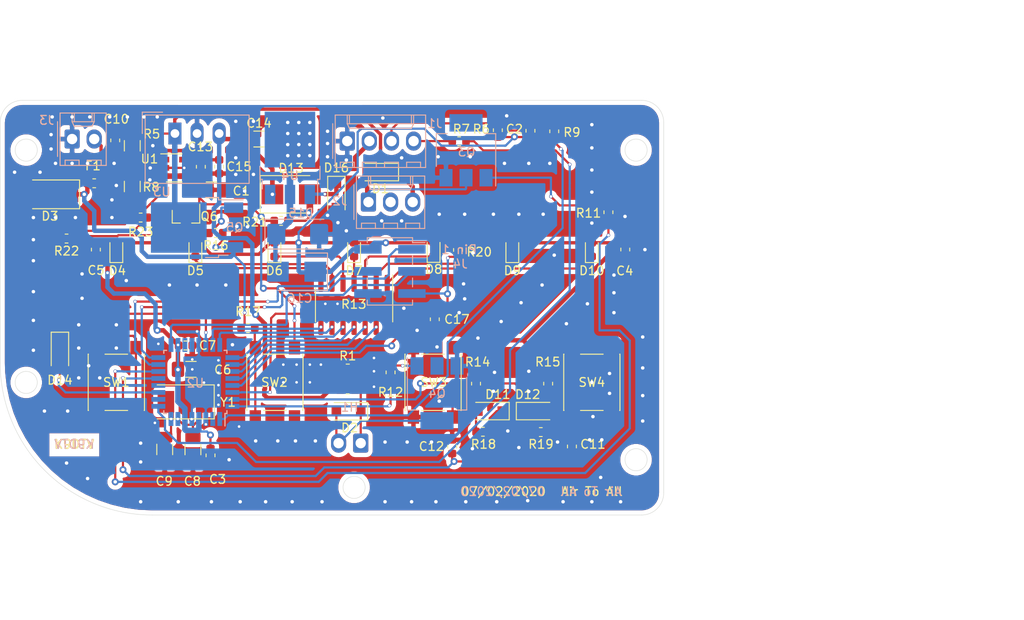
<source format=kicad_pcb>
(kicad_pcb (version 20171130) (host pcbnew "(5.1.5)-3")
  (layers (0 F.Cu signal) (31 B.Cu signal) (34 B.Paste user) (35 F.Paste user) (36 B.SilkS user) (37 F.SilkS user) (38 B.Mask user) (39 F.Mask user hide) (44 Edge.Cuts user))
  (net 0 "")
  (net 1 +12V)
  (net 2 GND)
  (net 3 Down)
  (net 4 Up)
  (net 5 +5V)
  (net 6 LED5)
  (net 7 Alarm)
  (net 8 LED3)
  (net 9 LED2)
  (net 10 LED1)
  (net 11 Batt_V)
  (net 12 Raw_Batt)
  (net 13 LED7)
  (net 14 LED6)
  (net 15 Motor)
  (net 16 Buzzer-)
  (net 17 PWM_Drive)
  (net 18 Raw_RPM)
  (net 19 Reset)
  (net 20 Monitor)
  (net 21 "Net-(Q5-Pad1)")
  (net 22 "Net-(Q3-Pad1)")
  (net 23 "Net-(Q4-Pad1)")
  (net 24 SW_Batt)
  (net 25 "Net-(D2-Pad1)")
  (net 26 "Net-(D4-Pad1)")
  (net 27 "Net-(D5-Pad1)")
  (net 28 "Net-(D6-Pad1)")
  (net 29 "Net-(D7-Pad1)")
  (net 30 "Net-(D2-Pad2)")
  (net 31 "Net-(D8-Pad1)")
  (net 32 "Net-(D9-Pad1)")
  (net 33 "Net-(D10-Pad1)")
  (net 34 "Net-(R5-Pad2)")
  (net 35 "Net-(C16-Pad1)")
  (net 36 "Net-(F1-Pad1)")
  (net 37 "Net-(D14-Pad1)")
  (net 38 "Net-(J2-Pad2)")
  (net 39 "Net-(Q6-Pad2)")
  (net 40 LED4)
  (net 41 MOSI)
  (net 42 SCLK)
  (net 43 MOSO)
  (net 44 "Net-(C8-Pad1)")
  (net 45 "Net-(C9-Pad1)")
  (net 46 "Net-(C13-Pad1)")
  (net 47 "Net-(R17-Pad1)")
  (net 48 "Net-(U2-Pad10)")
  (net 49 "Net-(U2-Pad12)")
  (net 50 "Net-(U2-Pad19)")
  (net 51 "Net-(U2-Pad20)")
  (net 52 "Net-(D11-Pad2)")
  (net 53 "Net-(D12-Pad2)")
  (net 54 "Net-(D16-Pad1)")
  (net 55 "Net-(R7-Pad1)")
  (net 56 "Net-(R9-Pad2)")
  (net 57 "Net-(U2-Pad2)")
  (module Capacitor_SMD:C_0603_1608Metric (layer F.Cu) (at 149.098 93.472 270)
    (fp_text reference C17 (at 0 -2.54 180) (layer F.SilkS))
    (fp_text value C0603C104M4RACTU)
    (pad 2 smd roundrect (at 0.7875 0 270) (size 0.875 0.95) (layers F.Cu F.Paste F.Mask) (net 2 GND))
    (pad 1 smd roundrect (at -0.7875 0 270) (size 0.875 0.95) (layers F.Cu F.Paste F.Mask) (net 19 Reset))
  )
  (module Connector_Molex:Molex_KK-254_AE-6410-02A_1x02_P2.54mm_Vertical (layer B.Cu) (at 140.589 107.696 180)
    (fp_text reference H1 (at 1.27 4.12 180) (layer B.SilkS) (effects (justify mirror)))
    (fp_text value MountingHole_Pad)
    (pad 2 thru_hole oval (at 2.54 0 180) (size 1.74 2.19) (drill 1.19) (layers *.Cu *.Mask))
    (pad 1 thru_hole roundrect (at 0 0 180) (size 1.74 2.19) (drill 1.19) (layers *.Cu *.Mask) (roundrect_rratio 0.143678) (net 25 "Net-(D2-Pad1)"))
  )
  (module Resistor_SMD:R_0612_1632Metric_Pad1.18x3.40mm_HandSolder (layer F.Cu) (at 139.1015 100.33)
    (fp_text reference R1 (at 0 -2.65) (layer F.SilkS))
    (fp_text value LTR18EZPJ301)
    (pad 2 smd roundrect (at 0.8375 0) (size 1.175 3.4) (layers F.Cu F.Paste F.Mask) (roundrect_rratio 0.212766) (net 25 "Net-(D2-Pad1)"))
    (pad 1 smd roundrect (at -0.8375 0) (size 1.175 3.4) (layers F.Cu F.Paste F.Mask) (roundrect_rratio 0.212766) (net 1 +12V))
  )
  (module Package_QFP:TQFP-32_7x7mm_P0.8mm (layer B.Cu) (at 121.5983 100.6693 90)
    (fp_text reference U2 (at -0.127 0 180) (layer B.SilkS) (effects (justify mirror)))
    (fp_text value ATmega328P-AU)
    (pad 1 smd rect (at -4.25 2.8 90) (size 1.6 0.55) (layers B.Cu B.Paste B.Mask) (net 56 "Net-(R9-Pad2)"))
    (pad 2 smd rect (at -4.25 2 90) (size 1.6 0.55) (layers B.Cu B.Paste B.Mask) (net 57 "Net-(U2-Pad2)"))
    (pad 3 smd rect (at -4.25 1.2 90) (size 1.6 0.55) (layers B.Cu B.Paste B.Mask) (net 2 GND))
    (pad 4 smd rect (at -4.25 0.4 90) (size 1.6 0.55) (layers B.Cu B.Paste B.Mask) (net 5 +5V))
    (pad 5 smd rect (at -4.25 -0.4 90) (size 1.6 0.55) (layers B.Cu B.Paste B.Mask) (net 2 GND))
    (pad 6 smd rect (at -4.25 -1.2 90) (size 1.6 0.55) (layers B.Cu B.Paste B.Mask) (net 5 +5V))
    (pad 7 smd rect (at -4.25 -2 90) (size 1.6 0.55) (layers B.Cu B.Paste B.Mask) (net 44 "Net-(C8-Pad1)"))
    (pad 8 smd rect (at -4.25 -2.8 90) (size 1.6 0.55) (layers B.Cu B.Paste B.Mask) (net 45 "Net-(C9-Pad1)"))
    (pad 9 smd rect (at -2.8 -4.25) (size 1.6 0.55) (layers B.Cu B.Paste B.Mask) (net 55 "Net-(R7-Pad1)"))
    (pad 10 smd rect (at -2 -4.25) (size 1.6 0.55) (layers B.Cu B.Paste B.Mask) (net 48 "Net-(U2-Pad10)"))
    (pad 11 smd rect (at -1.2 -4.25) (size 1.6 0.55) (layers B.Cu B.Paste B.Mask) (net 20 Monitor))
    (pad 12 smd rect (at -0.4 -4.25) (size 1.6 0.55) (layers B.Cu B.Paste B.Mask) (net 49 "Net-(U2-Pad12)"))
    (pad 13 smd rect (at 0.4 -4.25) (size 1.6 0.55) (layers B.Cu B.Paste B.Mask) (net 3 Down))
    (pad 14 smd rect (at 1.2 -4.25) (size 1.6 0.55) (layers B.Cu B.Paste B.Mask) (net 7 Alarm))
    (pad 15 smd rect (at 2 -4.25) (size 1.6 0.55) (layers B.Cu B.Paste B.Mask) (net 41 MOSI))
    (pad 16 smd rect (at 2.8 -4.25) (size 1.6 0.55) (layers B.Cu B.Paste B.Mask) (net 43 MOSO))
    (pad 17 smd rect (at 4.25 -2.8 90) (size 1.6 0.55) (layers B.Cu B.Paste B.Mask) (net 42 SCLK))
    (pad 18 smd rect (at 4.25 -2 90) (size 1.6 0.55) (layers B.Cu B.Paste B.Mask) (net 5 +5V))
    (pad 19 smd rect (at 4.25 -1.2 90) (size 1.6 0.55) (layers B.Cu B.Paste B.Mask) (net 50 "Net-(U2-Pad19)"))
    (pad 20 smd rect (at 4.25 -0.4 90) (size 1.6 0.55) (layers B.Cu B.Paste B.Mask) (net 51 "Net-(U2-Pad20)"))
    (pad 21 smd rect (at 4.25 0.4 90) (size 1.6 0.55) (layers B.Cu B.Paste B.Mask) (net 2 GND))
    (pad 22 smd rect (at 4.25 1.2 90) (size 1.6 0.55) (layers B.Cu B.Paste B.Mask) (net 11 Batt_V))
    (pad 23 smd rect (at 4.25 2 90) (size 1.6 0.55) (layers B.Cu B.Paste B.Mask) (net 10 LED1))
    (pad 24 smd rect (at 4.25 2.8 90) (size 1.6 0.55) (layers B.Cu B.Paste B.Mask) (net 9 LED2))
    (pad 25 smd rect (at 2.8 4.25) (size 1.6 0.55) (layers B.Cu B.Paste B.Mask) (net 8 LED3))
    (pad 26 smd rect (at 2 4.25) (size 1.6 0.55) (layers B.Cu B.Paste B.Mask) (net 40 LED4))
    (pad 27 smd rect (at 1.2 4.25) (size 1.6 0.55) (layers B.Cu B.Paste B.Mask) (net 6 LED5))
    (pad 28 smd rect (at 0.4 4.25) (size 1.6 0.55) (layers B.Cu B.Paste B.Mask) (net 14 LED6))
    (pad 29 smd rect (at -0.4 4.25) (size 1.6 0.55) (layers B.Cu B.Paste B.Mask) (net 19 Reset))
    (pad 30 smd rect (at -1.2 4.25) (size 1.6 0.55) (layers B.Cu B.Paste B.Mask) (net 13 LED7))
    (pad 31 smd rect (at -2 4.25) (size 1.6 0.55) (layers B.Cu B.Paste B.Mask) (net 4 Up))
    (pad 32 smd rect (at -2.8 4.25) (size 1.6 0.55) (layers B.Cu B.Paste B.Mask) (net 15 Motor))
  )
  (module Diode_SMD:D_SOD-123F (layer F.Cu) (at 137.795 79.251 270)
    (fp_text reference D16 (at -3.178 0 180) (layer F.SilkS))
    (fp_text value 1N914)
    (pad 2 smd rect (at 1.4 0 270) (size 1.1 1.1) (layers F.Cu F.Paste F.Mask) (net 2 GND))
    (pad 1 smd rect (at -1.4 0 270) (size 1.1 1.1) (layers F.Cu F.Paste F.Mask) (net 54 "Net-(D16-Pad1)"))
  )
  (module Diode_SMD:D_SOD-123F (layer F.Cu) (at 106.045 97.155 270)
    (fp_text reference D14 (at 3.302 0 180) (layer F.SilkS))
    (fp_text value 1N914)
    (pad 2 smd rect (at 1.4 0 270) (size 1.1 1.1) (layers F.Cu F.Paste F.Mask) (net 20 Monitor))
    (pad 1 smd rect (at -1.4 0 270) (size 1.1 1.1) (layers F.Cu F.Paste F.Mask) (net 37 "Net-(D14-Pad1)"))
  )
  (module Diode_SMD:D_SOD-123F (layer F.Cu) (at 160.658 104.013)
    (fp_text reference D12 (at -0.892 -1.905) (layer F.SilkS))
    (fp_text value 1N914)
    (pad 2 smd rect (at 1.4 0) (size 1.1 1.1) (layers F.Cu F.Paste F.Mask) (net 53 "Net-(D12-Pad2)"))
    (pad 1 smd rect (at -1.4 0) (size 1.1 1.1) (layers F.Cu F.Paste F.Mask) (net 4 Up))
  )
  (module Diode_SMD:D_SOD-123F (layer F.Cu) (at 155.445 104.013 180)
    (fp_text reference D11 (at -0.892 1.905) (layer F.SilkS))
    (fp_text value 1N914)
    (pad 2 smd rect (at 1.4 0 180) (size 1.1 1.1) (layers F.Cu F.Paste F.Mask) (net 52 "Net-(D11-Pad2)"))
    (pad 1 smd rect (at -1.4 0 180) (size 1.1 1.1) (layers F.Cu F.Paste F.Mask) (net 3 Down))
  )
  (module Diode_SMD:D_SOD-123F (layer F.Cu) (at 139.192 104.0384 180)
    (fp_text reference D2 (at -0.127 -1.905) (layer F.SilkS))
    (fp_text value 1N914)
    (pad 2 smd rect (at 1.4 0 180) (size 1.1 1.1) (layers F.Cu F.Paste F.Mask) (net 30 "Net-(D2-Pad2)"))
    (pad 1 smd rect (at -1.4 0 180) (size 1.1 1.1) (layers F.Cu F.Paste F.Mask) (net 25 "Net-(D2-Pad1)"))
  )
  (module Diode_SMD:D_SOD-123F (layer F.Cu) (at 142.7328 76.5665 180)
    (fp_text reference D1 (at -0.127 -1.905) (layer F.SilkS))
    (fp_text value 1N914)
    (pad 2 smd rect (at 1.4 0 180) (size 1.1 1.1) (layers F.Cu F.Paste F.Mask) (net 16 Buzzer-))
    (pad 1 smd rect (at -1.4 0 180) (size 1.1 1.1) (layers F.Cu F.Paste F.Mask) (net 24 SW_Batt))
  )
  (module Capacitor_SMD:C_1206_3216Metric (layer F.Cu) (at 128.908 72.771)
    (fp_text reference C14 (at 0 -1.82) (layer F.SilkS))
    (fp_text value LMK316AB7106MLHT)
    (pad 2 smd roundrect (at 1.4 0) (size 1.25 1.75) (layers F.Cu F.Paste F.Mask) (roundrect_rratio 0.2) (net 2 GND))
    (pad 1 smd roundrect (at -1.4 0) (size 1.25 1.75) (layers F.Cu F.Paste F.Mask) (roundrect_rratio 0.2) (net 1 +12V))
  )
  (module Resistor_SMD:R_0603_1608Metric (layer F.Cu) (at 115.316 81.788 180)
    (fp_text reference R23 (at 0 -1.651) (layer F.SilkS))
    (fp_text value 560k)
    (pad 2 smd roundrect (at 0.7875 0 180) (size 0.875 0.95) (layers F.Cu F.Paste F.Mask) (net 2 GND))
    (pad 1 smd roundrect (at -0.7875 0 180) (size 0.875 0.95) (layers F.Cu F.Paste F.Mask) (net 39 "Net-(Q6-Pad2)"))
  )
  (module Package_TO_SOT_SMD:TO-252-3_TabPin2 (layer B.Cu) (at 132.461 74.93 90)
    (fp_text reference U4 (at -2.032 0 180) (layer B.SilkS) (effects (justify mirror)))
    (fp_text value LM1117-5.0)
    (pad 2 smd rect (at 2.1 0 90) (size 6.4 5.8) (layers B.Cu B.Mask) (net 35 "Net-(C16-Pad1)"))
    (pad 3 smd rect (at -4.2 -2.28 90) (size 2.2 1.2) (layers B.Cu B.Paste B.Mask) (net 1 +12V))
    (pad 2 smd rect (at -4.2 0 90) (size 2.2 1.2) (layers B.Cu B.Paste B.Mask) (net 35 "Net-(C16-Pad1)"))
    (pad 1 smd rect (at -4.2 2.28 90) (size 2.2 1.2) (layers B.Cu B.Paste B.Mask) (net 54 "Net-(D16-Pad1)"))
  )
  (module Converter_DCDC:Converter_DCDC_TRACO_TSR-1_THT (layer B.Cu) (at 119.253 72.136)
    (fp_text reference U3 (at -1.5 6.71) (layer B.SilkS) (effects (justify mirror)))
    (fp_text value TPSM84212EAB)
    (pad 3 thru_hole oval (at 5.08 0) (size 1.5 2.5) (drill 1) (layers *.Cu *.Mask) (net 1 +12V))
    (pad 2 thru_hole oval (at 2.54 0) (size 1.5 2.5) (drill 1) (layers *.Cu *.Mask) (net 2 GND))
    (pad 1 thru_hole rect (at 0 0) (size 1.5 2.5) (drill 1) (layers *.Cu *.Mask) (net 24 SW_Batt))
  )
  (module Button_Switch_SMD:SW_SPST_PTS645 (layer F.Cu) (at 112.522 100.711 90)
    (fp_text reference SW1 (at 0 0 180) (layer F.SilkS))
    (fp_text value Power_off)
    (pad 2 smd rect (at 3.98 2.25 90) (size 1.55 1.3) (layers F.Cu F.Paste F.Mask) (net 37 "Net-(D14-Pad1)"))
    (pad 1 smd rect (at 3.98 -2.25 90) (size 1.55 1.3) (layers F.Cu F.Paste F.Mask) (net 2 GND))
    (pad 1 smd rect (at -3.98 -2.25 90) (size 1.55 1.3) (layers F.Cu F.Paste F.Mask) (net 2 GND))
    (pad 2 smd rect (at -3.98 2.25 90) (size 1.55 1.3) (layers F.Cu F.Paste F.Mask) (net 37 "Net-(D14-Pad1)"))
  )
  (module Button_Switch_SMD:SW_SPST_PTS645 (layer F.Cu) (at 130.732 100.711 270)
    (fp_text reference SW2 (at 0 0.049 180) (layer F.SilkS))
    (fp_text value Power_On)
    (pad 2 smd rect (at 3.98 2.25 270) (size 1.55 1.3) (layers F.Cu F.Paste F.Mask) (net 47 "Net-(R17-Pad1)"))
    (pad 1 smd rect (at 3.98 -2.25 270) (size 1.55 1.3) (layers F.Cu F.Paste F.Mask) (net 46 "Net-(C13-Pad1)"))
    (pad 1 smd rect (at -3.98 -2.25 270) (size 1.55 1.3) (layers F.Cu F.Paste F.Mask) (net 46 "Net-(C13-Pad1)"))
    (pad 2 smd rect (at -3.98 2.25 270) (size 1.55 1.3) (layers F.Cu F.Paste F.Mask) (net 47 "Net-(R17-Pad1)"))
  )
  (module Resistor_SMD:R_0603_1608Metric (layer F.Cu) (at 106.807 84.201 180)
    (fp_text reference R22 (at 0 -1.43) (layer F.SilkS))
    (fp_text value 220k)
    (pad 2 smd roundrect (at 0.7875 0 180) (size 0.875 0.95) (layers F.Cu F.Paste F.Mask) (net 37 "Net-(D14-Pad1)"))
    (pad 1 smd roundrect (at -0.7875 0 180) (size 0.875 0.95) (layers F.Cu F.Paste F.Mask) (net 46 "Net-(C13-Pad1)"))
  )
  (module Resistor_SMD:R_0603_1608Metric (layer F.Cu) (at 131.445 82.169)
    (fp_text reference R21 (at -3.0225 0.127) (layer F.SilkS))
    (fp_text value 820k)
    (pad 2 smd roundrect (at 0.7875 0) (size 0.875 0.95) (layers F.Cu F.Paste F.Mask) (net 35 "Net-(C16-Pad1)"))
    (pad 1 smd roundrect (at -0.7875 0) (size 0.875 0.95) (layers F.Cu F.Paste F.Mask) (net 46 "Net-(C13-Pad1)"))
  )
  (module Resistor_SMD:R_0603_1608Metric (layer F.Cu) (at 127.635 94.488 180)
    (fp_text reference R17 (at 0 1.905) (layer F.SilkS))
    (fp_text value 100k)
    (pad 2 smd roundrect (at 0.7875 0 180) (size 0.875 0.95) (layers F.Cu F.Paste F.Mask) (net 12 Raw_Batt))
    (pad 1 smd roundrect (at -0.7875 0 180) (size 0.875 0.95) (layers F.Cu F.Paste F.Mask) (net 47 "Net-(R17-Pad1)"))
  )
  (module Resistor_SMD:R_0603_1608Metric (layer F.Cu) (at 123.952 83.566 180)
    (fp_text reference R16 (at 0 -1.43) (layer F.SilkS))
    (fp_text value 560k)
    (pad 2 smd roundrect (at 0.7875 0 180) (size 0.875 0.95) (layers F.Cu F.Paste F.Mask) (net 21 "Net-(Q5-Pad1)"))
    (pad 1 smd roundrect (at -0.7875 0 180) (size 0.875 0.95) (layers F.Cu F.Paste F.Mask) (net 12 Raw_Batt))
  )
  (module Package_TO_SOT_SMD:SOT-23 (layer F.Cu) (at 120.523 81.661 270)
    (fp_text reference Q6 (at 0 -2.667 180) (layer F.SilkS))
    (fp_text value MMBT3904)
    (pad 3 smd rect (at 1 0 270) (size 0.9 0.8) (layers F.Cu F.Paste F.Mask) (net 21 "Net-(Q5-Pad1)"))
    (pad 2 smd rect (at -1 0.95 270) (size 0.9 0.8) (layers F.Cu F.Paste F.Mask) (net 39 "Net-(Q6-Pad2)"))
    (pad 1 smd rect (at -1 -0.95 270) (size 0.9 0.8) (layers F.Cu F.Paste F.Mask) (net 46 "Net-(C13-Pad1)"))
  )
  (module Package_TO_SOT_SMD:TO-252-2 (layer B.Cu) (at 121.793 82.931 180)
    (fp_text reference Q5 (at -4.318 0) (layer B.SilkS) (effects (justify mirror)))
    (fp_text value TSM480P06CP)
    (pad 2 smd rect (at 2.1 0 180) (size 6.4 5.8) (layers B.Cu B.Mask) (net 24 SW_Batt))
    (pad 3 smd rect (at -4.2 -2.28 180) (size 2.2 1.2) (layers B.Cu B.Paste B.Mask) (net 12 Raw_Batt))
    (pad 1 smd rect (at -4.2 2.28 180) (size 2.2 1.2) (layers B.Cu B.Paste B.Mask) (net 21 "Net-(Q5-Pad1)"))
  )
  (module Connector_Molex:Molex_KK-254_AE-6410-03A_1x03_P2.54mm_Vertical (layer B.Cu) (at 141.478 80.01)
    (fp_text reference J2 (at -3.302 -0.127) (layer B.SilkS) (effects (justify mirror)))
    (fp_text value Buzzer)
    (pad 3 thru_hole oval (at 5.08 0) (size 1.74 2.19) (drill 1.19) (layers *.Cu *.Mask) (net 24 SW_Batt))
    (pad 2 thru_hole oval (at 2.54 0) (size 1.74 2.19) (drill 1.19) (layers *.Cu *.Mask) (net 38 "Net-(J2-Pad2)"))
    (pad 1 thru_hole roundrect (at 0 0) (size 1.74 2.19) (drill 1.19) (layers *.Cu *.Mask) (roundrect_rratio 0.143678) (net 16 Buzzer-))
  )
  (module Diode_SMD:D_SMB (layer B.Cu) (at 133.223 88.011 180)
    (fp_text reference D15 (at -0.508 6.731) (layer B.SilkS) (effects (justify mirror)))
    (fp_text value FM4004-W)
    (pad 2 smd rect (at 2.15 0 180) (size 2.5 2.3) (layers B.Cu B.Paste B.Mask) (net 35 "Net-(C16-Pad1)"))
    (pad 1 smd rect (at -2.15 0 180) (size 2.5 2.3) (layers B.Cu B.Paste B.Mask) (net 5 +5V))
  )
  (module Diode_SMD:D_SMB (layer F.Cu) (at 132.597 79.121)
    (fp_text reference D13 (at 0 -3) (layer F.SilkS))
    (fp_text value FM4004-W)
    (pad 2 smd rect (at 2.15 0) (size 2.5 2.3) (layers F.Cu F.Paste F.Mask) (net 35 "Net-(C16-Pad1)"))
    (pad 1 smd rect (at -2.15 0) (size 2.5 2.3) (layers F.Cu F.Paste F.Mask) (net 1 +12V))
  )
  (module Capacitor_Tantalum_SMD:CP_EIA-6032-15_Kemet-U (layer B.Cu) (at 133.35 83.693)
    (fp_text reference C16 (at 0.254 7.366) (layer B.SilkS) (effects (justify mirror)))
    (fp_text value T491C107M006AT)
    (pad 2 smd roundrect (at 2.4625 0) (size 2.075 2.35) (layers B.Cu B.Paste B.Mask) (roundrect_rratio 0.120482) (net 2 GND))
    (pad 1 smd roundrect (at -2.4625 0) (size 2.075 2.35) (layers B.Cu B.Paste B.Mask) (roundrect_rratio 0.120482) (net 35 "Net-(C16-Pad1)"))
  )
  (module Capacitor_SMD:C_0603_1608Metric (layer F.Cu) (at 124.333 75.946 270)
    (fp_text reference C15 (at 0 -2.286 180) (layer F.SilkS))
    (fp_text value C0603C104M4RACTU)
    (pad 2 smd roundrect (at 0.7875 0 270) (size 0.875 0.95) (layers F.Cu F.Paste F.Mask) (net 2 GND))
    (pad 1 smd roundrect (at -0.7875 0 270) (size 0.875 0.95) (layers F.Cu F.Paste F.Mask) (net 1 +12V))
  )
  (module Capacitor_SMD:C_1206_3216Metric (layer F.Cu) (at 123.447 78.613)
    (fp_text reference C13 (at -1.273 -4.953) (layer F.SilkS))
    (fp_text value 3.3uF)
    (pad 2 smd roundrect (at 1.4 0) (size 1.25 1.75) (layers F.Cu F.Paste F.Mask) (roundrect_rratio 0.2) (net 2 GND))
    (pad 1 smd roundrect (at -1.4 0) (size 1.25 1.75) (layers F.Cu F.Paste F.Mask) (roundrect_rratio 0.2) (net 46 "Net-(C13-Pad1)"))
  )
  (module Capacitor_SMD:C_0603_1608Metric (layer F.Cu) (at 112.395 72.9235 270)
    (fp_text reference C10 (at -2.4385 -0.127 180) (layer F.SilkS))
    (fp_text value C0603C104M4RACTU)
    (pad 1 smd roundrect (at -0.7875 0 270) (size 0.875 0.95) (layers F.Cu F.Paste F.Mask) (net 24 SW_Batt))
    (pad 2 smd roundrect (at 0.7875 0 270) (size 0.875 0.95) (layers F.Cu F.Paste F.Mask) (net 2 GND))
  )
  (module Connector_Molex:Molex_KK-254_AE-6410-02A_1x02_P2.54mm_Vertical (layer B.Cu) (at 107.442 72.771)
    (fp_text reference J3 (at -2.921 -2.159) (layer B.SilkS) (effects (justify mirror)))
    (fp_text value Power)
    (pad 2 thru_hole oval (at 2.54 0) (size 1.74 2.19) (drill 1.19) (layers *.Cu *.Mask) (net 36 "Net-(F1-Pad1)"))
    (pad 1 thru_hole roundrect (at 0 0) (size 1.74 2.19) (drill 1.19) (layers *.Cu *.Mask) (roundrect_rratio 0.143678) (net 2 GND))
  )
  (module Resistor_SMD:R_0603_1608Metric (layer F.Cu) (at 161.272 106.426)
    (fp_text reference R19 (at 0.018 1.397) (layer F.SilkS))
    (fp_text value 10k)
    (pad 2 smd roundrect (at 0.7875 0) (size 0.875 0.95) (layers F.Cu F.Paste F.Mask) (net 53 "Net-(D12-Pad2)"))
    (pad 1 smd roundrect (at -0.7875 0) (size 0.875 0.95) (layers F.Cu F.Paste F.Mask) (net 4 Up))
  )
  (module Resistor_SMD:R_0603_1608Metric (layer F.Cu) (at 154.6226 106.3879)
    (fp_text reference R18 (at 0.0634 1.4351) (layer F.SilkS))
    (fp_text value 10k)
    (pad 2 smd roundrect (at 0.7875 0) (size 0.875 0.95) (layers F.Cu F.Paste F.Mask) (net 3 Down))
    (pad 1 smd roundrect (at -0.7875 0) (size 0.875 0.95) (layers F.Cu F.Paste F.Mask) (net 52 "Net-(D11-Pad2)"))
  )
  (module Capacitor_SMD:C_0603_1608Metric (layer F.Cu) (at 151.0919 108.1025 90)
    (fp_text reference C12 (at 0.0255 -2.3749 180) (layer F.SilkS))
    (fp_text value C0603C104M4RACTU)
    (pad 2 smd roundrect (at 0.7875 0 90) (size 0.875 0.95) (layers F.Cu F.Paste F.Mask) (net 2 GND))
    (pad 1 smd roundrect (at -0.7875 0 90) (size 0.875 0.95) (layers F.Cu F.Paste F.Mask) (net 3 Down))
  )
  (module Capacitor_SMD:C_0603_1608Metric (layer F.Cu) (at 164.846 108.077 90)
    (fp_text reference C11 (at 0.254 2.413 180) (layer F.SilkS))
    (fp_text value C0603C104M4RACTU)
    (pad 2 smd roundrect (at 0.7875 0 90) (size 0.875 0.95) (layers F.Cu F.Paste F.Mask) (net 2 GND))
    (pad 1 smd roundrect (at -0.7875 0 90) (size 0.875 0.95) (layers F.Cu F.Paste F.Mask) (net 4 Up))
  )
  (module Resistor_SMD:R_0603_1608Metric (layer F.Cu) (at 109.982 77.851 180)
    (fp_text reference F1 (at 0.1475 2 180) (layer F.SilkS))
    (fp_text value SF-0603FP200F-2)
    (pad 1 smd roundrect (at -0.7875 0 180) (size 0.875 0.95) (layers F.Cu F.Paste F.Mask) (net 36 "Net-(F1-Pad1)"))
    (pad 2 smd roundrect (at 0.7875 0 180) (size 0.875 0.95) (layers F.Cu F.Paste F.Mask) (net 12 Raw_Batt))
  )
  (module Diode_SMD:D_SMA (layer F.Cu) (at 104.902 79.121 180)
    (fp_text reference D3 (at 0 -2.5) (layer F.SilkS))
    (fp_text value SMBJ5362B-TP)
    (pad 1 smd rect (at -2 0 180) (size 2.5 1.8) (layers F.Cu F.Paste F.Mask) (net 12 Raw_Batt))
    (pad 2 smd rect (at 2 0 180) (size 2.5 1.8) (layers F.Cu F.Paste F.Mask) (net 2 GND))
  )
  (module Capacitor_SMD:C_0603_1608Metric (layer F.Cu) (at 110.1725 85.471 270)
    (fp_text reference C5 (at 2.3735 -0.0192 180) (layer F.SilkS))
    (fp_text value C0603C104M4RACTU)
    (pad 2 smd roundrect (at 0.7875 0 270) (size 0.875 0.95) (layers F.Cu F.Paste F.Mask) (net 2 GND))
    (pad 1 smd roundrect (at -0.7875 0 270) (size 0.875 0.95) (layers F.Cu F.Paste F.Mask) (net 5 +5V))
  )
  (module Capacitor_SMD:C_0603_1608Metric (layer F.Cu) (at 170.972 85.461 270)
    (fp_text reference C4 (at 2.4484 0.0554 180) (layer F.SilkS))
    (fp_text value C0603C104M4RACTU)
    (pad 2 smd roundrect (at 0.7875 0 270) (size 0.875 0.95) (layers F.Cu F.Paste F.Mask) (net 2 GND))
    (pad 1 smd roundrect (at -0.7875 0 270) (size 0.875 0.95) (layers F.Cu F.Paste F.Mask) (net 5 +5V))
  )
  (module Capacitor_SMD:C_0603_1608Metric (layer F.Cu) (at 123.3393 109.0978 270)
    (fp_text reference C3 (at 2.74856 -0.8159 180) (layer F.SilkS))
    (fp_text value C0603C104M4RACTU)
    (pad 2 smd roundrect (at 0.7875 0 270) (size 0.875 0.95) (layers F.Cu F.Paste F.Mask) (net 2 GND))
    (pad 1 smd roundrect (at -0.7875 0 270) (size 0.875 0.95) (layers F.Cu F.Paste F.Mask) (net 5 +5V))
  )
  (module Capacitor_SMD:C_0603_1608Metric (layer F.Cu) (at 160.082 71.821 90)
    (fp_text reference C2 (at 0.193 -1.84 180) (layer F.SilkS))
    (fp_text value C0603C104M4RACTU)
    (pad 2 smd roundrect (at 0.7875 0 90) (size 0.875 0.95) (layers F.Cu F.Paste F.Mask) (net 2 GND))
    (pad 1 smd roundrect (at -0.7875 0 90) (size 0.875 0.95) (layers F.Cu F.Paste F.Mask) (net 5 +5V))
  )
  (module Capacitor_SMD:C_1206_3216Metric_Pad1.42x1.75mm_HandSolder (layer F.Cu) (at 121.0903 99.2215 180)
    (fp_text reference C6 (at -3.6576 -0.0508) (layer F.SilkS))
    (fp_text value LMK316AB7106MLHT)
    (pad 2 smd roundrect (at 1.4875 0 180) (size 1.425 1.75) (layers F.Cu F.Paste F.Mask) (roundrect_rratio 0.175439) (net 5 +5V))
    (pad 1 smd roundrect (at -1.4875 0 180) (size 1.425 1.75) (layers F.Cu F.Paste F.Mask) (roundrect_rratio 0.175439) (net 2 GND))
  )
  (module Capacitor_SMD:C_1206_3216Metric (layer F.Cu) (at 118.0793 108.4203 270)
    (fp_text reference C9 (at 3.65 0.06 180) (layer F.SilkS))
    (fp_text value 1206Y0160180FFT)
    (pad 2 smd roundrect (at 1.4 0 270) (size 1.25 1.75) (layers F.Cu F.Paste F.Mask) (roundrect_rratio 0.2) (net 2 GND))
    (pad 1 smd roundrect (at -1.4 0 270) (size 1.25 1.75) (layers F.Cu F.Paste F.Mask) (roundrect_rratio 0.2) (net 45 "Net-(C9-Pad1)"))
  )
  (module Capacitor_SMD:C_1206_3216Metric (layer F.Cu) (at 121.3193 108.4303 270)
    (fp_text reference C8 (at 3.64 0.06 180) (layer F.SilkS))
    (fp_text value 1206Y0160180FFT)
    (pad 2 smd roundrect (at 1.4 0 270) (size 1.25 1.75) (layers F.Cu F.Paste F.Mask) (roundrect_rratio 0.2) (net 2 GND))
    (pad 1 smd roundrect (at -1.4 0 270) (size 1.25 1.75) (layers F.Cu F.Paste F.Mask) (roundrect_rratio 0.2) (net 44 "Net-(C8-Pad1)"))
  )
  (module Resistor_SMD:R_1206_3216Metric (layer F.Cu) (at 114.3542 78.2191 270)
    (fp_text reference R8 (at 0.0764 -2.1683 180) (layer F.SilkS))
    (fp_text value RN73H2BTTD8061F50)
    (pad 2 smd roundrect (at 1.4 0 270) (size 1.25 1.75) (layers F.Cu F.Paste F.Mask) (roundrect_rratio 0.2) (net 2 GND))
    (pad 1 smd roundrect (at -1.4 0 270) (size 1.25 1.75) (layers F.Cu F.Paste F.Mask) (roundrect_rratio 0.2) (net 34 "Net-(R5-Pad2)"))
  )
  (module Resistor_SMD:R_1206_3216Metric (layer F.Cu) (at 114.3542 73.5455 270)
    (fp_text reference R5 (at -1.346 -2.2318 180) (layer F.SilkS))
    (fp_text value RN73H2BTTD4322F100)
    (pad 2 smd roundrect (at 1.4 0 270) (size 1.25 1.75) (layers F.Cu F.Paste F.Mask) (roundrect_rratio 0.2) (net 34 "Net-(R5-Pad2)"))
    (pad 1 smd roundrect (at -1.4 0 270) (size 1.25 1.75) (layers F.Cu F.Paste F.Mask) (roundrect_rratio 0.2) (net 24 SW_Batt))
  )
  (module Crystal:Crystal_SMD_0603-2Pin_6.0x3.5mm (layer F.Cu) (at 120.4143 102.9553 180)
    (fp_text reference Y1 (at -4.9347 -0.0417) (layer F.SilkS))
    (fp_text value 16.000MHZ)
    (pad 2 smd rect (at 2.2 0 180) (size 1.9 2.5) (layers F.Cu F.Paste F.Mask) (net 45 "Net-(C9-Pad1)"))
    (pad 1 smd rect (at -2.2 0 180) (size 1.9 2.5) (layers F.Cu F.Paste F.Mask) (net 44 "Net-(C8-Pad1)"))
  )
  (module Package_TO_SOT_SMD:SOT-23-5 (layer F.Cu) (at 119.1675 76.0825)
    (fp_text reference U1 (at -2.8355 -1.0255) (layer F.SilkS))
    (fp_text value LM321)
    (pad 5 smd rect (at 1.1 -0.95) (size 1.06 0.65) (layers F.Cu F.Paste F.Mask) (net 1 +12V))
    (pad 4 smd rect (at 1.1 0.95) (size 1.06 0.65) (layers F.Cu F.Paste F.Mask) (net 11 Batt_V))
    (pad 3 smd rect (at -1.1 0.95) (size 1.06 0.65) (layers F.Cu F.Paste F.Mask) (net 11 Batt_V))
    (pad 2 smd rect (at -1.1 0) (size 1.06 0.65) (layers F.Cu F.Paste F.Mask) (net 2 GND))
    (pad 1 smd rect (at -1.1 -0.95) (size 1.06 0.65) (layers F.Cu F.Paste F.Mask) (net 34 "Net-(R5-Pad2)"))
  )
  (module Button_Switch_SMD:SW_SPST_PTS645 (layer F.Cu) (at 148.8948 100.711 90)
    (fp_text reference SW3 (at 0 0.0762 180) (layer F.SilkS))
    (fp_text value Fan_Down)
    (pad 2 smd rect (at 3.98 2.25 90) (size 1.55 1.3) (layers F.Cu F.Paste F.Mask) (net 52 "Net-(D11-Pad2)"))
    (pad 1 smd rect (at 3.98 -2.25 90) (size 1.55 1.3) (layers F.Cu F.Paste F.Mask) (net 2 GND))
    (pad 1 smd rect (at -3.98 -2.25 90) (size 1.55 1.3) (layers F.Cu F.Paste F.Mask) (net 2 GND))
    (pad 2 smd rect (at -3.98 2.25 90) (size 1.55 1.3) (layers F.Cu F.Paste F.Mask) (net 52 "Net-(D11-Pad2)"))
  )
  (module Button_Switch_SMD:SW_SPST_PTS645 (layer F.Cu) (at 167.132 100.711 270)
    (fp_text reference SW4 (at 0 0 180) (layer F.SilkS))
    (fp_text value Fan_Up)
    (pad 2 smd rect (at 3.98 2.25 270) (size 1.55 1.3) (layers F.Cu F.Paste F.Mask) (net 53 "Net-(D12-Pad2)"))
    (pad 1 smd rect (at 3.98 -2.25 270) (size 1.55 1.3) (layers F.Cu F.Paste F.Mask) (net 2 GND))
    (pad 1 smd rect (at -3.98 -2.25 270) (size 1.55 1.3) (layers F.Cu F.Paste F.Mask) (net 2 GND))
    (pad 2 smd rect (at -3.98 2.25 270) (size 1.55 1.3) (layers F.Cu F.Paste F.Mask) (net 53 "Net-(D12-Pad2)"))
  )
  (module Resistor_SMD:R_0603_1608Metric (layer F.Cu) (at 162.1155 100.8633 90)
    (fp_text reference R15 (at 2.4895 -0.0448 180) (layer F.SilkS))
    (fp_text value 100k)
    (pad 2 smd roundrect (at 0.7875 0 90) (size 0.875 0.95) (layers F.Cu F.Paste F.Mask) (net 5 +5V))
    (pad 1 smd roundrect (at -0.7875 0 90) (size 0.875 0.95) (layers F.Cu F.Paste F.Mask) (net 53 "Net-(D12-Pad2)"))
  )
  (module Resistor_SMD:R_0603_1608Metric (layer F.Cu) (at 153.832 100.8635 90)
    (fp_text reference R14 (at 2.482 0.1792 180) (layer F.SilkS))
    (fp_text value 100k)
    (pad 2 smd roundrect (at 0.7875 0 90) (size 0.875 0.95) (layers F.Cu F.Paste F.Mask) (net 5 +5V))
    (pad 1 smd roundrect (at -0.7875 0 90) (size 0.875 0.95) (layers F.Cu F.Paste F.Mask) (net 52 "Net-(D11-Pad2)"))
  )
  (module LED_SMD:LED_0603_1608Metric (layer F.Cu) (at 167.132 85.471 90)
    (fp_text reference D10 (at -2.413 0 180) (layer F.SilkS))
    (fp_text value High)
    (pad 2 smd roundrect (at 0.7875 0 90) (size 0.875 0.95) (layers F.Cu F.Paste F.Mask) (net 5 +5V))
    (pad 1 smd roundrect (at -0.7875 0 90) (size 0.875 0.95) (layers F.Cu F.Paste F.Mask) (net 33 "Net-(D10-Pad1)"))
  )
  (module LED_SMD:LED_0603_1608Metric (layer F.Cu) (at 158.0007 85.471 90)
    (fp_text reference D9 (at -2.413 0 180) (layer F.SilkS))
    (fp_text value Mid)
    (pad 2 smd roundrect (at 0.7875 0 90) (size 0.875 0.95) (layers F.Cu F.Paste F.Mask) (net 5 +5V))
    (pad 1 smd roundrect (at -0.7875 0 90) (size 0.875 0.95) (layers F.Cu F.Paste F.Mask) (net 32 "Net-(D9-Pad1)"))
  )
  (module LED_SMD:LED_0603_1608Metric (layer F.Cu) (at 148.9583 85.4456 90)
    (fp_text reference D8 (at -2.286 0.0255 180) (layer F.SilkS))
    (fp_text value Low)
    (pad 2 smd roundrect (at 0.7875 0 90) (size 0.875 0.95) (layers F.Cu F.Paste F.Mask) (net 5 +5V))
    (pad 1 smd roundrect (at -0.7875 0 90) (size 0.875 0.95) (layers F.Cu F.Paste F.Mask) (net 31 "Net-(D8-Pad1)"))
  )
  (module LED_SMD:LED_0603_1608Metric (layer F.Cu) (at 139.827 85.471 90)
    (fp_text reference D7 (at -2.413 0 180) (layer F.SilkS))
    (fp_text value Error)
    (pad 2 smd roundrect (at 0.7875 0 90) (size 0.875 0.95) (layers F.Cu F.Paste F.Mask) (net 5 +5V))
    (pad 1 smd roundrect (at -0.7875 0 90) (size 0.875 0.95) (layers F.Cu F.Paste F.Mask) (net 29 "Net-(D7-Pad1)"))
  )
  (module LED_SMD:LED_0603_1608Metric (layer F.Cu) (at 130.683 85.471 90)
    (fp_text reference D6 (at -2.413 0 180) (layer F.SilkS))
    (fp_text value Green)
    (pad 2 smd roundrect (at 0.7875 0 90) (size 0.875 0.95) (layers F.Cu F.Paste F.Mask) (net 5 +5V))
    (pad 1 smd roundrect (at -0.7875 0 90) (size 0.875 0.95) (layers F.Cu F.Paste F.Mask) (net 28 "Net-(D6-Pad1)"))
  )
  (module LED_SMD:LED_0603_1608Metric (layer F.Cu) (at 121.6025 85.471 90)
    (fp_text reference D5 (at -2.413 0 180) (layer F.SilkS))
    (fp_text value Yellow)
    (pad 2 smd roundrect (at 0.7875 0 90) (size 0.875 0.95) (layers F.Cu F.Paste F.Mask) (net 5 +5V))
    (pad 1 smd roundrect (at -0.7875 0 90) (size 0.875 0.95) (layers F.Cu F.Paste F.Mask) (net 27 "Net-(D5-Pad1)"))
  )
  (module LED_SMD:LED_0603_1608Metric (layer F.Cu) (at 112.522 85.471 90)
    (fp_text reference D4 (at -2.413 0.127 180) (layer F.SilkS))
    (fp_text value Red)
    (pad 2 smd roundrect (at 0.7875 0 90) (size 0.875 0.95) (layers F.Cu F.Paste F.Mask) (net 5 +5V))
    (pad 1 smd roundrect (at -0.7875 0 90) (size 0.875 0.95) (layers F.Cu F.Paste F.Mask) (net 26 "Net-(D4-Pad1)"))
  )
  (module Resistor_SMD:R_0603_1608Metric (layer F.Cu) (at 156.337 71.755 270)
    (fp_text reference R6 (at -0.127 1.905 180) (layer F.SilkS))
    (fp_text value 10k)
    (pad 2 smd roundrect (at 0.7875 0 270) (size 0.875 0.95) (layers F.Cu F.Paste F.Mask) (net 5 +5V))
    (pad 1 smd roundrect (at -0.7875 0 270) (size 0.875 0.95) (layers F.Cu F.Paste F.Mask) (net 18 Raw_RPM))
  )
  (module Resistor_SMD:R_0603_1608Metric (layer F.Cu) (at 151.765 85.5091 90)
    (fp_text reference R20 (at -0.2413 2.4384 180) (layer F.SilkS))
    (fp_text value 10k)
    (pad 2 smd roundrect (at 0.7875 0 90) (size 0.875 0.95) (layers F.Cu F.Paste F.Mask) (net 5 +5V))
    (pad 1 smd roundrect (at -0.7875 0 90) (size 0.875 0.95) (layers F.Cu F.Paste F.Mask) (net 19 Reset))
  )
  (module Resistor_SMD:R_0603_1608Metric (layer F.Cu) (at 144.018 99.568 270)
    (fp_text reference R12 (at 2.286 0) (layer F.SilkS))
    (fp_text value 1k)
    (pad 2 smd roundrect (at 0.7875 0 270) (size 0.875 0.95) (layers F.Cu F.Paste F.Mask) (net 15 Motor))
    (pad 1 smd roundrect (at -0.7875 0 270) (size 0.875 0.95) (layers F.Cu F.Paste F.Mask) (net 23 "Net-(Q4-Pad1)"))
  )
  (module Resistor_SMD:R_0603_1608Metric (layer F.Cu) (at 169.037 81.1785 270)
    (fp_text reference R11 (at 0.1015 2.286 180) (layer F.SilkS))
    (fp_text value 1k)
    (pad 2 smd roundrect (at 0.7875 0 270) (size 0.875 0.95) (layers F.Cu F.Paste F.Mask) (net 7 Alarm))
    (pad 1 smd roundrect (at -0.7875 0 270) (size 0.875 0.95) (layers F.Cu F.Paste F.Mask) (net 22 "Net-(Q3-Pad1)"))
  )
  (module Resistor_SMD:R_0603_1608Metric (layer F.Cu) (at 162.814 71.882 270)
    (fp_text reference R9 (at 0.127 -2.032 180) (layer F.SilkS))
    (fp_text value 1k)
    (pad 2 smd roundrect (at 0.7875 0 270) (size 0.875 0.95) (layers F.Cu F.Paste F.Mask) (net 56 "Net-(R9-Pad2)"))
    (pad 1 smd roundrect (at -0.7875 0 270) (size 0.875 0.95) (layers F.Cu F.Paste F.Mask) (net 18 Raw_RPM))
  )
  (module Resistor_SMD:R_0603_1608Metric (layer F.Cu) (at 151.892 73.025 180)
    (fp_text reference R7 (at -0.254 1.397) (layer F.SilkS))
    (fp_text value 330)
    (pad 2 smd roundrect (at 0.7875 0 180) (size 0.875 0.95) (layers F.Cu F.Paste F.Mask) (net 17 PWM_Drive))
    (pad 1 smd roundrect (at -0.7875 0 180) (size 0.875 0.95) (layers F.Cu F.Paste F.Mask) (net 55 "Net-(R7-Pad1)"))
  )
  (module Capacitor_SMD:C_0603_1608Metric (layer F.Cu) (at 122.2282 75.9555 270)
    (fp_text reference C1 (at 2.7845 -4.6448 180) (layer F.SilkS))
    (fp_text value C0603C104M4RACTU)
    (pad 2 smd roundrect (at 0.7875 0 270) (size 0.875 0.95) (layers F.Cu F.Paste F.Mask) (net 2 GND))
    (pad 1 smd roundrect (at -0.7875 0 270) (size 0.875 0.95) (layers F.Cu F.Paste F.Mask) (net 1 +12V))
  )
  (module Capacitor_SMD:C_0603_1608Metric (layer F.Cu) (at 120.4553 96.4783 180)
    (fp_text reference C7 (at -2.54 0) (layer F.SilkS))
    (fp_text value C0603C104M4RACTU)
    (pad 2 smd roundrect (at 0.7875 0 180) (size 0.875 0.95) (layers F.Cu F.Paste F.Mask) (net 5 +5V))
    (pad 1 smd roundrect (at -0.7875 0 180) (size 0.875 0.95) (layers F.Cu F.Paste F.Mask) (net 2 GND))
  )
  (module Package_TO_SOT_SMD:SOT-223-3_TabPin2 (layer B.Cu) (at 149.352 101.981 270)
    (fp_text reference Q4 (at 0 0 180) (layer B.SilkS) (effects (justify mirror)))
    (fp_text value PZT3904)
    (pad 1 smd rect (at -3.15 2.3 270) (size 2 1.5) (layers B.Cu B.Paste B.Mask) (net 23 "Net-(Q4-Pad1)"))
    (pad 3 smd rect (at -3.15 -2.3 270) (size 2 1.5) (layers B.Cu B.Paste B.Mask) (net 2 GND))
    (pad 2 smd rect (at -3.15 0 270) (size 2 1.5) (layers B.Cu B.Paste B.Mask) (net 30 "Net-(D2-Pad2)"))
    (pad 2 smd rect (at 3.15 0 270) (size 2 3.8) (layers B.Cu B.Paste B.Mask) (net 30 "Net-(D2-Pad2)"))
  )
  (module Package_TO_SOT_SMD:SOT-223-3_TabPin2 (layer B.Cu) (at 152.682 74.061 90)
    (fp_text reference Q3 (at -0.19 0.06 180) (layer B.SilkS) (effects (justify mirror)))
    (fp_text value PZT3904)
    (pad 1 smd rect (at -3.15 2.3 90) (size 2 1.5) (layers B.Cu B.Paste B.Mask) (net 22 "Net-(Q3-Pad1)"))
    (pad 3 smd rect (at -3.15 -2.3 90) (size 2 1.5) (layers B.Cu B.Paste B.Mask) (net 2 GND))
    (pad 2 smd rect (at -3.15 0 90) (size 2 1.5) (layers B.Cu B.Paste B.Mask) (net 16 Buzzer-))
    (pad 2 smd rect (at 3.15 0 90) (size 2 3.8) (layers B.Cu B.Paste B.Mask) (net 16 Buzzer-))
  )
  (module Package_SO:SOIC-14_3.9x8.7mm_P1.27mm (layer F.Cu) (at 139.827 91.821 270)
    (fp_text reference R13 (at -0.0762 0.0381 180) (layer F.SilkS))
    (fp_text value 4814P-1-331LF)
    (pad 14 smd roundrect (at 2.475 -3.81 270) (size 1.95 0.6) (layers F.Cu F.Paste F.Mask) (net 13 LED7))
    (pad 13 smd roundrect (at 2.475 -2.54 270) (size 1.95 0.6) (layers F.Cu F.Paste F.Mask) (net 14 LED6))
    (pad 12 smd roundrect (at 2.475 -1.27 270) (size 1.95 0.6) (layers F.Cu F.Paste F.Mask) (net 6 LED5))
    (pad 11 smd roundrect (at 2.475 0 270) (size 1.95 0.6) (layers F.Cu F.Paste F.Mask) (net 40 LED4))
    (pad 10 smd roundrect (at 2.475 1.27 270) (size 1.95 0.6) (layers F.Cu F.Paste F.Mask) (net 8 LED3))
    (pad 9 smd roundrect (at 2.475 2.54 270) (size 1.95 0.6) (layers F.Cu F.Paste F.Mask) (net 9 LED2))
    (pad 8 smd roundrect (at 2.475 3.81 270) (size 1.95 0.6) (layers F.Cu F.Paste F.Mask) (net 10 LED1))
    (pad 7 smd roundrect (at -2.475 3.81 270) (size 1.95 0.6) (layers F.Cu F.Paste F.Mask) (net 26 "Net-(D4-Pad1)"))
    (pad 6 smd roundrect (at -2.475 2.54 270) (size 1.95 0.6) (layers F.Cu F.Paste F.Mask) (net 27 "Net-(D5-Pad1)"))
    (pad 5 smd roundrect (at -2.475 1.27 270) (size 1.95 0.6) (layers F.Cu F.Paste F.Mask) (net 28 "Net-(D6-Pad1)"))
    (pad 4 smd roundrect (at -2.475 0 270) (size 1.95 0.6) (layers F.Cu F.Paste F.Mask) (net 29 "Net-(D7-Pad1)"))
    (pad 3 smd roundrect (at -2.475 -1.27 270) (size 1.95 0.6) (layers F.Cu F.Paste F.Mask) (net 31 "Net-(D8-Pad1)"))
    (pad 2 smd roundrect (at -2.475 -2.54 270) (size 1.95 0.6) (layers F.Cu F.Paste F.Mask) (net 32 "Net-(D9-Pad1)"))
    (pad 1 smd roundrect (at -2.475 -3.81 270) (size 1.95 0.6) (layers F.Cu F.Paste F.Mask) (net 33 "Net-(D10-Pad1)"))
  )
  (module Connector_Molex:Molex_KK-254_AE-6410-04A_1x04_P2.54mm_Vertical (layer B.Cu) (at 139.0428 73.0065)
    (fp_text reference J1 (at 10.0552 -2.0135) (layer B.SilkS) (effects (justify mirror)))
    (fp_text value Fan)
    (pad 4 thru_hole oval (at 7.62 0) (size 1.74 2.19) (drill 1.19) (layers *.Cu *.Mask) (net 17 PWM_Drive))
    (pad 3 thru_hole oval (at 5.08 0) (size 1.74 2.19) (drill 1.19) (layers *.Cu *.Mask) (net 18 Raw_RPM))
    (pad 2 thru_hole oval (at 2.54 0) (size 1.74 2.19) (drill 1.19) (layers *.Cu *.Mask) (net 1 +12V))
    (pad 1 thru_hole roundrect (at 0 0) (size 1.74 2.19) (drill 1.19) (layers *.Cu *.Mask) (roundrect_rratio 0.143678) (net 2 GND))
  )
  (module Connector_PinHeader_2.54mm:PinHeader_2x03_P2.54mm_Vertical_SMD (layer B.Cu) (at 143.942 87.971 180)
    (fp_text reference J4 (at -8.077 0.849) (layer B.SilkS) (effects (justify mirror)))
    (fp_text value ICSP)
    (pad 1 smd rect (at -2.525 2.54 180) (size 3.15 1) (layers B.Cu B.Paste B.Mask) (net 43 MOSO))
    (pad 2 smd rect (at 2.525 2.54 180) (size 3.15 1) (layers B.Cu B.Paste B.Mask) (net 5 +5V))
    (pad 3 smd rect (at -2.525 0 180) (size 3.15 1) (layers B.Cu B.Paste B.Mask) (net 42 SCLK))
    (pad 4 smd rect (at 2.525 0 180) (size 3.15 1) (layers B.Cu B.Paste B.Mask) (net 41 MOSI))
    (pad 5 smd rect (at -2.525 -2.54 180) (size 3.15 1) (layers B.Cu B.Paste B.Mask) (net 19 Reset))
    (pad 6 smd rect (at 2.525 -2.54 180) (size 3.15 1) (layers B.Cu B.Paste B.Mask) (net 2 GND))
  )
  (gr_text "Pin 1" (at 151.892 85.471) (layer B.SilkS) (effects (font (size 1 1)) (justify mirror)))
  (gr_text K9DTV (at 107.696 107.823) (layer B.SilkS) (effects (font (size 1 1)) (justify mirror)))
  (gr_text K9DTV (at 107.696 107.823) (layer F.SilkS) (effects (font (size 1 1))))
  (gr_text K9DTV (at 107.696 107.823) (layer F.Cu) (effects (font (size 1 1))))
  (gr_text K9DTV (at 107.696 107.823) (layer B.Cu) (effects (font (size 1 1)) (justify mirror)))
  (gr_circle (center 139.827 112.776) (end 141.097 112.776) (layer Edge.Cuts) (width 0.05))
  (gr_circle (center 172.212 109.601) (end 173.482 109.601) (layer Edge.Cuts) (width 0.05))
  (gr_circle (center 102.172 74.041) (end 103.442 74.041) (layer Edge.Cuts) (width 0.05))
  (gr_circle (center 172.212 74.041) (end 173.482 74.041) (layer Edge.Cuts) (width 0.05))
  (gr_circle (center 102.172 100.721) (end 103.442 100.721) (layer Edge.Cuts) (width 0.05))
  (gr_line (start 116.666989 115.951) (end 172.847 115.951) (layer Edge.Cuts) (width 0.05))
  (gr_line (start 172.847 68.326) (end 101.727 68.326) (layer Edge.Cuts) (width 0.05))
  (gr_arc (start 116.657284 98.480716) (end 99.187 98.490715) (angle -89.99903579) (layer Edge.Cuts) (width 0.05))
  (gr_arc (start 101.727 70.866) (end 101.727 68.326) (angle -90) (layer Edge.Cuts) (width 0.05))
  (gr_arc (start 172.847 70.866) (end 175.387 70.866) (angle -90) (layer Edge.Cuts) (width 0.05))
  (gr_line (start 175.387 70.866) (end 175.387 113.411) (layer Edge.Cuts) (width 0.05))
  (gr_line (start 99.187 70.866) (end 99.187 98.490715) (layer Edge.Cuts) (width 0.05))
  (gr_text "Air To All" (at 167.023 113.25) (layer B.SilkS) (effects (font (size 1 1)) (justify mirror)))
  (gr_text 07/02/2020 (at 156.863 113.25) (layer B.SilkS) (effects (font (size 1 1)) (justify mirror)))
  (gr_arc (start 172.847 113.411) (end 172.847 115.951) (angle -90) (layer Edge.Cuts) (width 0.05))
  (gr_text 07/02/2020 (at 156.99 113.25) (layer F.SilkS) (effects (font (size 1 1))))
  (gr_text "Air To All" (at 167.15 113.25) (layer F.SilkS) (effects (font (size 1 1))))
  (segment (start 122.7177 75.1535) (end 124.263 75.1535) (width 0.381) (layer F.Cu) (net 1))
  (segment (start 122.7032 75.168) (end 122.7177 75.1535) (width 0.381) (layer F.Cu) (net 1))
  (segment (start 122.2282 75.168) (end 122.7032 75.168) (width 0.381) (layer F.Cu) (net 1))
  (segment (start 120.303 75.168) (end 120.2675 75.1325) (width 0.381) (layer F.Cu) (net 1))
  (segment (start 122.2282 75.168) (end 120.303 75.168) (width 0.381) (layer F.Cu) (net 1))
  (segment (start 124.311 75.0535) (end 124.206 75.1585) (width 0.381) (layer F.Cu) (net 1))
  (segment (start 124.311 72.1455) (end 124.311 75.0535) (width 0.381) (layer F.Cu) (net 1))
  (segment (start 139.2428 76.1365) (end 139.8018 76.1365) (width 0.254) (layer F.Cu) (net 1))
  (via (at 128.524 92.92901) (size 0.8) (drill 0.4) (layers F.Cu B.Cu) (net 1))
  (segment (start 130.447 77.717) (end 130.447 79.121) (width 0.25) (layer F.Cu) (net 1))
  (segment (start 130.447 79.121) (end 130.447 79.121) (width 0.25) (layer F.Cu) (net 1))
  (via (at 130.447 79.121) (size 0.8) (drill 0.4) (layers F.Cu B.Cu) (net 1))
  (segment (start 124.348 72.151) (end 124.333 72.136) (width 0.508) (layer F.Cu) (net 1))
  (segment (start 130.447 77.579) (end 130.447 79.121) (width 0.508) (layer F.Cu) (net 1))
  (segment (start 139.2428 76.1365) (end 137.16 76.2) (width 0.254) (layer F.Cu) (net 1))
  (segment (start 137.16 76.2) (end 139.954 76.2) (width 0.508) (layer F.Cu) (net 1))
  (segment (start 139.8018 76.1365) (end 139.954 76.2) (width 0.254) (layer F.Cu) (net 1))
  (segment (start 141.5828 73.2315) (end 141.5828 73.0065) (width 0.508) (layer F.Cu) (net 1))
  (segment (start 139.954 74.8603) (end 141.5828 73.2315) (width 0.508) (layer F.Cu) (net 1))
  (segment (start 139.954 76.2) (end 139.954 74.8603) (width 0.508) (layer F.Cu) (net 1))
  (segment (start 137.16 76.2) (end 136.398 76.962) (width 0.508) (layer F.Cu) (net 1))
  (segment (start 136.398 76.962) (end 130.429 76.962) (width 0.508) (layer F.Cu) (net 1))
  (segment (start 130.429 76.962) (end 130.447 77.579) (width 0.508) (layer F.Cu) (net 1))
  (segment (start 124.333 72.136) (end 124.333 72.263) (width 0.508) (layer F.Cu) (net 1))
  (segment (start 124.841 72.771) (end 127.508 72.771) (width 0.508) (layer F.Cu) (net 1))
  (segment (start 124.333 72.263) (end 124.841 72.771) (width 0.508) (layer F.Cu) (net 1))
  (segment (start 128.133 72.771) (end 128.778 73.416) (width 0.508) (layer F.Cu) (net 1))
  (segment (start 127.508 72.771) (end 128.133 72.771) (width 0.508) (layer F.Cu) (net 1))
  (segment (start 128.778 73.416) (end 128.778 74.549) (width 0.508) (layer F.Cu) (net 1))
  (segment (start 130.447 76.218) (end 130.447 79.121) (width 0.508) (layer F.Cu) (net 1))
  (segment (start 128.778 74.549) (end 130.447 76.218) (width 0.508) (layer F.Cu) (net 1))
  (segment (start 128.143 84.843798) (end 128.143 91.948) (width 0.508) (layer B.Cu) (net 1))
  (segment (start 124.333 80.135328) (end 123.727999 80.740329) (width 0.508) (layer B.Cu) (net 1))
  (segment (start 127.456201 84.156999) (end 128.143 84.843798) (width 0.508) (layer B.Cu) (net 1))
  (segment (start 124.333 72.136) (end 124.333 80.135328) (width 0.508) (layer B.Cu) (net 1))
  (segment (start 123.727999 83.355199) (end 124.529799 84.156999) (width 0.508) (layer B.Cu) (net 1))
  (segment (start 123.727999 80.740329) (end 123.727999 83.355199) (width 0.508) (layer B.Cu) (net 1))
  (segment (start 124.529799 84.156999) (end 127.456201 84.156999) (width 0.508) (layer B.Cu) (net 1))
  (segment (start 128.124001 91.966999) (end 128.143 91.948) (width 0.508) (layer B.Cu) (net 1))
  (segment (start 128.124001 92.529011) (end 128.124001 91.966999) (width 0.508) (layer B.Cu) (net 1))
  (segment (start 128.524 92.92901) (end 128.124001 92.529011) (width 0.508) (layer B.Cu) (net 1))
  (segment (start 136.085999 102.508001) (end 138.264 100.33) (width 0.508) (layer F.Cu) (net 1))
  (segment (start 129.861079 102.508001) (end 136.085999 102.508001) (width 0.508) (layer F.Cu) (net 1))
  (segment (start 129.59399 93.999) (end 129.59399 101.467088) (width 0.508) (layer F.Cu) (net 1))
  (segment (start 128.524 92.92901) (end 129.59399 93.999) (width 0.508) (layer F.Cu) (net 1))
  (segment (start 129.59399 101.467088) (end 129.520999 101.540079) (width 0.508) (layer F.Cu) (net 1))
  (segment (start 129.520999 101.540079) (end 129.520999 102.167921) (width 0.508) (layer F.Cu) (net 1))
  (segment (start 129.520999 102.167921) (end 129.861079 102.508001) (width 0.508) (layer F.Cu) (net 1))
  (via (at 122.809 105.537) (size 0.4) (drill 0.3) (layers F.Cu B.Cu) (net 2))
  (via (at 120.321 76.0855) (size 0.4) (drill 0.3) (layers F.Cu B.Cu) (net 2))
  (segment (start 121.2768 96.4443) (end 121.2428 96.4783) (width 0.635) (layer F.Cu) (net 2))
  (segment (start 122.5778 99.2215) (end 121.2427 99.2215) (width 0.635) (layer F.Cu) (net 2))
  (segment (start 121.2427 99.2215) (end 121.242742 98.078542) (width 0.635) (layer F.Cu) (net 2))
  (segment (start 118.0675 76.0825) (end 120.1835 76.0825) (width 0.254) (layer F.Cu) (net 2))
  (segment (start 121.2427 99.2215) (end 121.2427 99.2215) (width 0.635) (layer F.Cu) (net 2))
  (via (at 121.2427 99.2215) (size 0.4) (drill 0.3) (layers F.Cu B.Cu) (net 2))
  (via (at 124.2483 103.2943) (size 0.4) (drill 0.3) (layers F.Cu B.Cu) (net 2))
  (via (at 122.5889 100.7455) (size 0.4) (drill 0.3) (layers F.Cu B.Cu) (net 2))
  (segment (start 124.2483 101.2643) (end 124.2483 101.0333) (width 0.25) (layer F.Cu) (net 2))
  (segment (start 124.2483 98.1843) (end 124.2483 98.1843) (width 0.25) (layer F.Cu) (net 2))
  (via (at 124.2483 98.1843) (size 0.4) (drill 0.3) (layers F.Cu B.Cu) (net 2))
  (segment (start 117.3483 96.2943) (end 117.3483 96.2943) (width 0.25) (layer F.Cu) (net 2))
  (via (at 117.3483 96.2943) (size 0.4) (drill 0.3) (layers F.Cu B.Cu) (net 2))
  (segment (start 118.0675 76.0825) (end 118.8475 76.0825) (width 0.25) (layer F.Cu) (net 2))
  (segment (start 122.2282 76.743) (end 121.7532 76.743) (width 0.25) (layer F.Cu) (net 2))
  (segment (start 121.3646 76.3544) (end 121.3646 76.1079) (width 0.25) (layer F.Cu) (net 2))
  (segment (start 121.7532 76.743) (end 121.3646 76.3544) (width 0.25) (layer F.Cu) (net 2))
  (segment (start 120.1835 76.0825) (end 121.3646 76.1079) (width 0.254) (layer F.Cu) (net 2))
  (via (at 116.412 76.091) (size 0.8) (drill 0.4) (layers F.Cu B.Cu) (net 2))
  (via (at 124.2483 101.0333) (size 0.4) (drill 0.3) (layers F.Cu B.Cu) (net 2))
  (via (at 124.2483 99.6109) (size 0.4) (drill 0.3) (layers F.Cu B.Cu) (net 2))
  (via (at 124.2483 102.2017) (size 0.4) (drill 0.3) (layers F.Cu B.Cu) (net 2))
  (segment (start 121.242742 98.078542) (end 121.2428 96.4783) (width 0.635) (layer F.Cu) (net 2))
  (via (at 121.242742 98.078542) (size 0.4) (drill 0.3) (layers F.Cu B.Cu) (net 2))
  (via (at 126.619 105.791) (size 0.4) (drill 0.3) (layers F.Cu B.Cu) (net 2))
  (via (at 116.9501 105.3683) (size 0.4) (drill 0.3) (layers F.Cu B.Cu) (net 2))
  (via (at 152.527 81.407) (size 0.8) (drill 0.4) (layers F.Cu B.Cu) (net 2))
  (via (at 116.372 77.461) (size 0.8) (drill 0.4) (layers F.Cu B.Cu) (net 2))
  (via (at 117.221 70.231) (size 0.8) (drill 0.4) (layers F.Cu B.Cu) (net 2))
  (via (at 115.682 70.231) (size 0.8) (drill 0.4) (layers F.Cu B.Cu) (net 2))
  (via (at 103.759 76.581) (size 0.8) (drill 0.4) (layers F.Cu B.Cu) (net 2))
  (via (at 127.582 82.851) (size 0.8) (drill 0.4) (layers F.Cu B.Cu) (net 2))
  (via (at 137.9728 82.3722) (size 0.8) (drill 0.4) (layers F.Cu B.Cu) (net 2))
  (via (at 107.823 81.788) (size 0.8) (drill 0.4) (layers F.Cu B.Cu) (net 2))
  (via (at 105.537 81.788) (size 0.8) (drill 0.4) (layers F.Cu B.Cu) (net 2))
  (via (at 162.814 86.106) (size 0.8) (drill 0.4) (layers F.Cu B.Cu) (net 2))
  (via (at 149.606 81.407) (size 0.8) (drill 0.4) (layers F.Cu B.Cu) (net 2))
  (via (at 145.288 82.169) (size 0.8) (drill 0.4) (layers F.Cu B.Cu) (net 2))
  (via (at 153.482 85.851) (size 0.8) (drill 0.4) (layers F.Cu B.Cu) (net 2))
  (via (at 159.893 99.441) (size 0.8) (drill 0.4) (layers F.Cu B.Cu) (net 2))
  (via (at 159.8803 101.7651) (size 0.8) (drill 0.4) (layers F.Cu B.Cu) (net 2))
  (via (at 155.956 99.568) (size 0.8) (drill 0.4) (layers F.Cu B.Cu) (net 2))
  (via (at 155.829 101.7397) (size 0.8) (drill 0.4) (layers F.Cu B.Cu) (net 2))
  (via (at 136.779 81.534) (size 0.8) (drill 0.4) (layers F.Cu B.Cu) (net 2))
  (via (at 136.779 71.882) (size 0.8) (drill 0.4) (layers F.Cu B.Cu) (net 2))
  (via (at 136.779 74.803) (size 0.8) (drill 0.4) (layers F.Cu B.Cu) (net 2))
  (via (at 136.779 73.279) (size 0.8) (drill 0.4) (layers F.Cu B.Cu) (net 2))
  (via (at 126.238 70.739) (size 0.8) (drill 0.4) (layers F.Cu B.Cu) (net 2))
  (via (at 116.713 73.533) (size 0.8) (drill 0.4) (layers F.Cu B.Cu) (net 2))
  (via (at 112.014 79.756) (size 0.8) (drill 0.4) (layers F.Cu B.Cu) (net 2))
  (via (at 112.014 81.788) (size 0.8) (drill 0.4) (layers F.Cu B.Cu) (net 2))
  (via (at 126.365 82.804) (size 0.8) (drill 0.4) (layers F.Cu B.Cu) (net 2))
  (via (at 121.1683 104.9443) (size 0.4) (drill 0.3) (layers F.Cu B.Cu) (net 2))
  (segment (start 121.1658 104.9418) (end 121.1683 104.9443) (width 0.635) (layer F.Cu) (net 2))
  (via (at 131.064 107.442) (size 0.8) (drill 0.4) (layers F.Cu B.Cu) (net 2))
  (via (at 125.476 109.601) (size 0.8) (drill 0.4) (layers F.Cu B.Cu) (net 2))
  (via (at 143.383 107.569) (size 0.8) (drill 0.4) (layers F.Cu B.Cu) (net 2))
  (via (at 148.717 107.569) (size 0.8) (drill 0.4) (layers F.Cu B.Cu) (net 2))
  (via (at 145.923 107.569) (size 0.8) (drill 0.4) (layers F.Cu B.Cu) (net 2))
  (via (at 153.416 108.331) (size 0.8) (drill 0.4) (layers F.Cu B.Cu) (net 2))
  (via (at 158.75 108.204) (size 0.8) (drill 0.4) (layers F.Cu B.Cu) (net 2))
  (via (at 151.892 92.71) (size 0.8) (drill 0.4) (layers F.Cu B.Cu) (net 2))
  (via (at 115.316 107.696) (size 0.8) (drill 0.4) (layers F.Cu B.Cu) (net 2))
  (via (at 115.316 109.855) (size 0.8) (drill 0.4) (layers F.Cu B.Cu) (net 2))
  (via (at 115.316 114.427) (size 0.8) (drill 0.4) (layers F.Cu B.Cu) (net 2))
  (via (at 119.634 114.427) (size 0.8) (drill 0.4) (layers F.Cu B.Cu) (net 2))
  (via (at 123.444 114.427) (size 0.8) (drill 0.4) (layers F.Cu B.Cu) (net 2))
  (via (at 126.746 114.427) (size 0.8) (drill 0.4) (layers F.Cu B.Cu) (net 2))
  (via (at 167.132 100.711) (size 0.8) (drill 0.4) (layers F.Cu B.Cu) (net 2))
  (via (at 121.793 89.535) (size 0.8) (drill 0.4) (layers F.Cu B.Cu) (net 2))
  (via (at 167.132 82.423) (size 0.8) (drill 0.4) (layers F.Cu B.Cu) (net 2))
  (via (at 167.132 76.327) (size 0.8) (drill 0.4) (layers F.Cu B.Cu) (net 2))
  (via (at 167.132 71.12) (size 0.8) (drill 0.4) (layers F.Cu B.Cu) (net 2))
  (via (at 143.129 70.358) (size 0.8) (drill 0.4) (layers F.Cu B.Cu) (net 2))
  (via (at 107.442 70.231) (size 0.8) (drill 0.4) (layers F.Cu B.Cu) (net 2))
  (via (at 111.76 70.231) (size 0.8) (drill 0.4) (layers F.Cu B.Cu) (net 2))
  (via (at 102.997 84.328) (size 0.8) (drill 0.4) (layers F.Cu B.Cu) (net 2))
  (via (at 102.997 86.741) (size 0.8) (drill 0.4) (layers F.Cu B.Cu) (net 2))
  (via (at 102.997 90.297) (size 0.8) (drill 0.4) (layers F.Cu B.Cu) (net 2))
  (via (at 102.997 93.599) (size 0.8) (drill 0.4) (layers F.Cu B.Cu) (net 2))
  (via (at 102.997 97.028) (size 0.8) (drill 0.4) (layers F.Cu B.Cu) (net 2))
  (via (at 110.617 100.203) (size 0.8) (drill 0.4) (layers F.Cu B.Cu) (net 2))
  (via (at 104.267 104.013) (size 0.8) (drill 0.4) (layers F.Cu B.Cu) (net 2))
  (via (at 142.113 97.917) (size 0.4) (drill 0.3) (layers F.Cu B.Cu) (net 2))
  (via (at 142.113 101.219) (size 0.4) (drill 0.3) (layers F.Cu B.Cu) (net 2))
  (via (at 142.113 99.441) (size 0.4) (drill 0.3) (layers F.Cu B.Cu) (net 2))
  (via (at 136.017 98.679) (size 0.4) (drill 0.3) (layers F.Cu B.Cu) (net 2))
  (via (at 134.747 98.679) (size 0.4) (drill 0.3) (layers F.Cu B.Cu) (net 2))
  (via (at 131.699 98.679) (size 0.4) (drill 0.3) (layers F.Cu B.Cu) (net 2))
  (via (at 133.223 98.679) (size 0.4) (drill 0.3) (layers F.Cu B.Cu) (net 2))
  (via (at 131.699 100.711) (size 0.4) (drill 0.3) (layers F.Cu B.Cu) (net 2))
  (via (at 137.922 91.694) (size 0.4) (drill 0.3) (layers F.Cu B.Cu) (net 2))
  (via (at 136.525 91.694) (size 0.4) (drill 0.3) (layers F.Cu B.Cu) (net 2))
  (via (at 121.793 94.869) (size 0.4) (drill 0.3) (layers F.Cu B.Cu) (net 2))
  (via (at 109.22 111.76) (size 0.8) (drill 0.4) (layers F.Cu B.Cu) (net 2))
  (via (at 129.667 114.427) (size 0.8) (drill 0.4) (layers F.Cu B.Cu) (net 2))
  (via (at 132.715 114.427) (size 0.8) (drill 0.4) (layers F.Cu B.Cu) (net 2))
  (via (at 136.144 114.427) (size 0.8) (drill 0.4) (layers F.Cu B.Cu) (net 2))
  (via (at 143.383 114.427) (size 0.8) (drill 0.4) (layers F.Cu B.Cu) (net 2))
  (via (at 146.431 114.427) (size 0.8) (drill 0.4) (layers F.Cu B.Cu) (net 2))
  (via (at 149.225 114.427) (size 0.8) (drill 0.4) (layers F.Cu B.Cu) (net 2))
  (via (at 152.654 114.427) (size 0.8) (drill 0.4) (layers F.Cu B.Cu) (net 2))
  (via (at 156.21 114.427) (size 0.8) (drill 0.4) (layers F.Cu B.Cu) (net 2))
  (via (at 159.766 114.3) (size 0.8) (drill 0.4) (layers F.Cu B.Cu) (net 2))
  (via (at 163.83 114.427) (size 0.8) (drill 0.4) (layers F.Cu B.Cu) (net 2))
  (via (at 167.132 114.427) (size 0.8) (drill 0.4) (layers F.Cu B.Cu) (net 2))
  (via (at 170.434 114.427) (size 0.8) (drill 0.4) (layers F.Cu B.Cu) (net 2))
  (via (at 113.792 70.231) (size 0.8) (drill 0.4) (layers F.Cu B.Cu) (net 2))
  (via (at 109.474 70.231) (size 0.8) (drill 0.4) (layers F.Cu B.Cu) (net 2))
  (via (at 105.156 70.231) (size 0.8) (drill 0.4) (layers F.Cu B.Cu) (net 2))
  (via (at 100.838 76.581) (size 0.8) (drill 0.4) (layers F.Cu B.Cu) (net 2))
  (via (at 105.029 72.263) (size 0.8) (drill 0.4) (layers F.Cu B.Cu) (net 2))
  (via (at 105.029 73.914) (size 0.8) (drill 0.4) (layers F.Cu B.Cu) (net 2))
  (via (at 105.537 75.565) (size 0.8) (drill 0.4) (layers F.Cu B.Cu) (net 2))
  (via (at 128.27 76.835) (size 0.8) (drill 0.4) (layers F.Cu B.Cu) (net 2))
  (via (at 127.254 78.74) (size 0.8) (drill 0.4) (layers F.Cu B.Cu) (net 2))
  (via (at 126.238 74.93) (size 0.8) (drill 0.4) (layers F.Cu B.Cu) (net 2))
  (via (at 113.665 89.027) (size 0.8) (drill 0.4) (layers F.Cu B.Cu) (net 2))
  (via (at 138.938 83.312) (size 0.8) (drill 0.4) (layers F.Cu B.Cu) (net 2))
  (via (at 128.524 107.442) (size 0.8) (drill 0.4) (layers F.Cu B.Cu) (net 2))
  (via (at 135.382 107.442) (size 0.8) (drill 0.4) (layers F.Cu B.Cu) (net 2))
  (via (at 133.096 107.442) (size 0.8) (drill 0.4) (layers F.Cu B.Cu) (net 2))
  (via (at 149.606 102.87) (size 0.8) (drill 0.4) (layers F.Cu B.Cu) (net 2))
  (via (at 157.353 70.104) (size 0.8) (drill 0.4) (layers F.Cu B.Cu) (net 2))
  (via (at 152.4 89.408) (size 0.8) (drill 0.4) (layers F.Cu B.Cu) (net 2))
  (via (at 161.417 89.535) (size 0.8) (drill 0.4) (layers F.Cu B.Cu) (net 2))
  (via (at 152.527 91.1225) (size 0.8) (drill 0.4) (layers F.Cu B.Cu) (net 2))
  (via (at 159.004 91.567) (size 0.8) (drill 0.4) (layers F.Cu B.Cu) (net 2))
  (via (at 156.718 93.726) (size 0.8) (drill 0.4) (layers F.Cu B.Cu) (net 2))
  (via (at 154.051 95.631) (size 0.8) (drill 0.4) (layers F.Cu B.Cu) (net 2))
  (via (at 169.672 88.392) (size 0.8) (drill 0.4) (layers F.Cu B.Cu) (net 2))
  (via (at 166.624 91.694) (size 0.8) (drill 0.4) (layers F.Cu B.Cu) (net 2))
  (via (at 164.211 93.98) (size 0.8) (drill 0.4) (layers F.Cu B.Cu) (net 2))
  (via (at 157.099 75.565) (size 0.8) (drill 0.4) (layers F.Cu B.Cu) (net 2))
  (via (at 162.306 75.565) (size 0.8) (drill 0.4) (layers F.Cu B.Cu) (net 2))
  (via (at 159.893 75.565) (size 0.8) (drill 0.4) (layers F.Cu B.Cu) (net 2))
  (via (at 161.544 81.407) (size 0.8) (drill 0.4) (layers F.Cu B.Cu) (net 2))
  (via (at 155.829 81.407) (size 0.8) (drill 0.4) (layers F.Cu B.Cu) (net 2))
  (via (at 158.75 81.407) (size 0.8) (drill 0.4) (layers F.Cu B.Cu) (net 2))
  (via (at 143.002 82.169) (size 0.8) (drill 0.4) (layers F.Cu B.Cu) (net 2))
  (via (at 125.095 89.535) (size 0.8) (drill 0.4) (layers F.Cu B.Cu) (net 2))
  (via (at 118.618 89.535) (size 0.8) (drill 0.4) (layers F.Cu B.Cu) (net 2))
  (via (at 108.585 91.059) (size 0.8) (drill 0.4) (layers F.Cu B.Cu) (net 2))
  (via (at 108.585 88.265) (size 0.8) (drill 0.4) (layers F.Cu B.Cu) (net 2))
  (via (at 112.522 94.107) (size 0.8) (drill 0.4) (layers F.Cu B.Cu) (net 2))
  (via (at 108.204 96.774) (size 0.8) (drill 0.4) (layers F.Cu B.Cu) (net 2))
  (via (at 112.522 96.774) (size 0.8) (drill 0.4) (layers F.Cu B.Cu) (net 2))
  (via (at 108.204 100.203) (size 0.8) (drill 0.4) (layers F.Cu B.Cu) (net 2))
  (via (at 108.204 94.107) (size 0.8) (drill 0.4) (layers F.Cu B.Cu) (net 2))
  (via (at 106.934 104.013) (size 0.8) (drill 0.4) (layers F.Cu B.Cu) (net 2))
  (via (at 106.807 109.982) (size 0.8) (drill 0.4) (layers F.Cu B.Cu) (net 2))
  (via (at 168.275 107.315) (size 0.8) (drill 0.4) (layers F.Cu B.Cu) (net 2))
  (via (at 166.878 107.315) (size 0.8) (drill 0.4) (layers F.Cu B.Cu) (net 2))
  (via (at 172.974 105.156) (size 0.8) (drill 0.4) (layers F.Cu B.Cu) (net 2))
  (via (at 168.148 111.633) (size 0.8) (drill 0.4) (layers F.Cu B.Cu) (net 2))
  (via (at 172.974 102.235) (size 0.8) (drill 0.4) (layers F.Cu B.Cu) (net 2))
  (via (at 172.974 99.06) (size 0.8) (drill 0.4) (layers F.Cu B.Cu) (net 2))
  (via (at 172.974 95.504) (size 0.8) (drill 0.4) (layers F.Cu B.Cu) (net 2))
  (via (at 169.672 92.71) (size 0.8) (drill 0.4) (layers F.Cu B.Cu) (net 2))
  (via (at 169.672 90.424) (size 0.8) (drill 0.4) (layers F.Cu B.Cu) (net 2))
  (via (at 167.132 73.787) (size 0.8) (drill 0.4) (layers F.Cu B.Cu) (net 2))
  (via (at 167.132 78.867) (size 0.8) (drill 0.4) (layers F.Cu B.Cu) (net 2))
  (via (at 170.942 81.661) (size 0.8) (drill 0.4) (layers F.Cu B.Cu) (net 2))
  (via (at 173.228 85.471) (size 0.8) (drill 0.4) (layers F.Cu B.Cu) (net 2))
  (via (at 109.22 75.565) (size 0.8) (drill 0.4) (layers F.Cu B.Cu) (net 2))
  (via (at 107.442 75.565) (size 0.8) (drill 0.4) (layers F.Cu B.Cu) (net 2))
  (via (at 102.997 81.788) (size 0.8) (drill 0.4) (layers F.Cu B.Cu) (net 2))
  (via (at 128.27 70.739) (size 0.8) (drill 0.4) (layers F.Cu B.Cu) (net 2))
  (via (at 149.479 74.803) (size 0.8) (drill 0.4) (layers F.Cu B.Cu) (net 2))
  (via (at 153.162 74.803) (size 0.8) (drill 0.4) (layers F.Cu B.Cu) (net 2))
  (via (at 149.352 96.647) (size 0.8) (drill 0.4) (layers F.Cu B.Cu) (net 2))
  (via (at 157.48 106.299) (size 0.8) (drill 0.4) (layers F.Cu B.Cu) (net 2))
  (via (at 145.542 92.202) (size 0.8) (drill 0.4) (layers F.Cu B.Cu) (net 2))
  (via (at 147.066 94.742) (size 0.8) (drill 0.4) (layers F.Cu B.Cu) (net 2))
  (via (at 125.857 96.393) (size 0.8) (drill 0.4) (layers F.Cu B.Cu) (net 2))
  (via (at 169.164 101.981) (size 0.8) (drill 0.4) (layers F.Cu B.Cu) (net 2))
  (via (at 169.164 99.695) (size 0.8) (drill 0.4) (layers F.Cu B.Cu) (net 2))
  (via (at 145.288 74.93) (size 0.8) (drill 0.4) (layers F.Cu B.Cu) (net 2))
  (via (at 138.938 75.184) (size 0.8) (drill 0.4) (layers F.Cu B.Cu) (net 2))
  (via (at 112.268 75.565) (size 0.8) (drill 0.4) (layers F.Cu B.Cu) (net 2))
  (via (at 112.522 78.105) (size 0.8) (drill 0.4) (layers F.Cu B.Cu) (net 2))
  (via (at 126.238 76.835) (size 0.8) (drill 0.4) (layers F.Cu B.Cu) (net 2))
  (segment (start 121.9983 95.0743) (end 121.793 94.869) (width 0.254) (layer B.Cu) (net 2))
  (segment (start 121.9983 96.4193) (end 121.9983 95.0743) (width 0.254) (layer B.Cu) (net 2))
  (via (at 133.223 100.711) (size 0.4) (drill 0.3) (layers F.Cu B.Cu) (net 2))
  (via (at 134.747 100.711) (size 0.4) (drill 0.3) (layers F.Cu B.Cu) (net 2))
  (via (at 163.195 107.569) (size 0.8) (drill 0.4) (layers F.Cu B.Cu) (net 2))
  (via (at 167.259 104.648) (size 0.8) (drill 0.4) (layers F.Cu B.Cu) (net 2))
  (via (at 109.347 98.806) (size 0.8) (drill 0.4) (layers F.Cu B.Cu) (net 2))
  (segment (start 122.7983 104.9193) (end 122.7983 103.0077) (width 0.25) (layer B.Cu) (net 2))
  (segment (start 122.7983 103.0077) (end 121.2743 103.0077) (width 0.25) (layer B.Cu) (net 2))
  (segment (start 121.1983 103.0837) (end 121.1983 104.9193) (width 0.25) (layer B.Cu) (net 2))
  (segment (start 121.2743 103.0077) (end 121.1983 103.0837) (width 0.25) (layer B.Cu) (net 2))
  (segment (start 121.9983 96.4193) (end 121.9983 97.9657) (width 0.25) (layer B.Cu) (net 2))
  (segment (start 121.885458 98.078542) (end 121.242742 98.078542) (width 0.25) (layer B.Cu) (net 2))
  (segment (start 121.9983 97.9657) (end 121.885458 98.078542) (width 0.25) (layer B.Cu) (net 2))
  (via (at 113.284 100.203) (size 0.4) (drill 0.3) (layers F.Cu B.Cu) (net 3))
  (segment (start 113.3503 100.2693) (end 113.284 100.203) (width 0.25) (layer B.Cu) (net 3))
  (segment (start 117.3483 100.2693) (end 113.3503 100.2693) (width 0.25) (layer B.Cu) (net 3))
  (segment (start 155.4101 106.3879) (end 155.4101 109.800826) (width 0.25) (layer F.Cu) (net 3))
  (segment (start 113.284 100.485842) (end 113.284 100.203) (width 0.25) (layer F.Cu) (net 3))
  (segment (start 156.22 104.013) (end 156.845 104.013) (width 0.254) (layer F.Cu) (net 3))
  (segment (start 155.4101 104.8229) (end 156.22 104.013) (width 0.254) (layer F.Cu) (net 3))
  (segment (start 155.4101 106.3879) (end 155.4101 104.8229) (width 0.254) (layer F.Cu) (net 3))
  (segment (start 113.284 110.744) (end 113.284 100.485842) (width 0.25) (layer F.Cu) (net 3))
  (via (at 113.284 110.744) (size 0.8) (drill 0.4) (layers F.Cu B.Cu) (net 3))
  (segment (start 155.4101 109.800826) (end 151.311174 109.800826) (width 0.254) (layer F.Cu) (net 3))
  (segment (start 151.0919 109.581552) (end 151.0919 108.89) (width 0.254) (layer F.Cu) (net 3))
  (segment (start 151.311174 109.800826) (end 151.0919 109.581552) (width 0.254) (layer F.Cu) (net 3))
  (segment (start 151.311174 109.800826) (end 151.311174 109.800826) (width 0.254) (layer F.Cu) (net 3))
  (via (at 151.311174 109.800826) (size 0.8) (drill 0.4) (layers F.Cu B.Cu) (net 3))
  (segment (start 136.398 110.49) (end 150.622 110.49) (width 0.254) (layer B.Cu) (net 3))
  (segment (start 113.284 110.744) (end 114.011001 111.471001) (width 0.254) (layer B.Cu) (net 3))
  (segment (start 150.622 110.49) (end 151.311174 109.800826) (width 0.254) (layer B.Cu) (net 3))
  (segment (start 135.416999 111.471001) (end 136.398 110.49) (width 0.254) (layer B.Cu) (net 3))
  (segment (start 114.011001 111.471001) (end 135.416999 111.471001) (width 0.254) (layer B.Cu) (net 3))
  (segment (start 160.4845 106.901) (end 160.4845 106.426) (width 0.254) (layer F.Cu) (net 4))
  (segment (start 162.448 108.8645) (end 160.4845 106.901) (width 0.254) (layer F.Cu) (net 4))
  (segment (start 164.846 108.8645) (end 162.448 108.8645) (width 0.254) (layer F.Cu) (net 4))
  (segment (start 159.258 105.637) (end 159.258 106.426) (width 0.254) (layer F.Cu) (net 4))
  (segment (start 159.258 104.013) (end 159.258 105.637) (width 0.254) (layer F.Cu) (net 4))
  (segment (start 159.258 106.426) (end 160.4845 106.426) (width 0.25) (layer F.Cu) (net 4))
  (segment (start 159.258 106.426) (end 159.258 106.426) (width 0.254) (layer F.Cu) (net 4))
  (segment (start 125.8483 102.6693) (end 145.548702 102.6693) (width 0.25) (layer B.Cu) (net 4))
  (segment (start 159.258 103.213) (end 159.004 102.959) (width 0.25) (layer F.Cu) (net 4))
  (segment (start 159.258 104.013) (end 159.258 103.213) (width 0.25) (layer F.Cu) (net 4))
  (segment (start 159.004 102.959) (end 159.004 101.542998) (width 0.25) (layer F.Cu) (net 4))
  (segment (start 159.004 101.542998) (end 158.299512 100.83851) (width 0.25) (layer F.Cu) (net 4))
  (segment (start 158.299512 100.83851) (end 153.350516 100.83851) (width 0.25) (layer F.Cu) (net 4))
  (segment (start 145.548702 102.6693) (end 146.8857 102.6693) (width 0.254) (layer B.Cu) (net 4))
  (segment (start 147.447 102.108) (end 147.447 100.711) (width 0.254) (layer B.Cu) (net 4))
  (segment (start 146.8857 102.6693) (end 147.447 102.108) (width 0.254) (layer B.Cu) (net 4))
  (segment (start 153.350516 100.83851) (end 148.33651 100.83851) (width 0.254) (layer F.Cu) (net 4))
  (segment (start 148.33651 100.83851) (end 148.336 100.838) (width 0.254) (layer F.Cu) (net 4))
  (segment (start 148.336 100.838) (end 148.082 100.838) (width 0.254) (layer F.Cu) (net 4))
  (segment (start 148.082 100.838) (end 147.447 100.838) (width 0.254) (layer F.Cu) (net 4))
  (segment (start 147.447 100.838) (end 147.447 100.838) (width 0.254) (layer F.Cu) (net 4))
  (via (at 147.447 100.838) (size 0.8) (drill 0.4) (layers F.Cu B.Cu) (net 4))
  (segment (start 120.3983 103.712798) (end 120.3983 104.9193) (width 0.635) (layer B.Cu) (net 5))
  (segment (start 119.5983 102.912798) (end 120.3983 103.712798) (width 0.635) (layer B.Cu) (net 5))
  (segment (start 121.9983 106.125802) (end 121.9983 104.9193) (width 0.635) (layer B.Cu) (net 5))
  (segment (start 121.887301 106.236801) (end 121.9983 106.125802) (width 0.635) (layer B.Cu) (net 5))
  (segment (start 120.3983 106.125802) (end 120.509299 106.236801) (width 0.635) (layer B.Cu) (net 5))
  (segment (start 120.509299 106.236801) (end 121.887301 106.236801) (width 0.635) (layer B.Cu) (net 5))
  (segment (start 120.3983 104.9193) (end 120.3983 106.125802) (width 0.635) (layer B.Cu) (net 5))
  (segment (start 119.5983 99.2535) (end 119.5983 102.912798) (width 0.635) (layer B.Cu) (net 5))
  (via (at 119.5983 99.2535) (size 0.8) (drill 0.4) (layers F.Cu B.Cu) (net 5))
  (segment (start 119.6083 96.5378) (end 119.6678 96.4783) (width 0.25) (layer F.Cu) (net 5))
  (segment (start 119.6083 97.6443) (end 119.6083 96.5378) (width 0.25) (layer F.Cu) (net 5))
  (segment (start 123.3393 107.8728) (end 123.3293 107.8628) (width 0.254) (layer F.Cu) (net 5))
  (segment (start 123.3393 108.3103) (end 123.3393 107.8728) (width 0.254) (layer F.Cu) (net 5))
  (segment (start 123.3293 107.8628) (end 123.3293 106.7603) (width 0.254) (layer F.Cu) (net 5))
  (segment (start 123.3293 106.7603) (end 123.3293 106.7603) (width 0.254) (layer F.Cu) (net 5))
  (via (at 123.3293 106.7603) (size 0.8) (drill 0.4) (layers F.Cu B.Cu) (net 5))
  (segment (start 122.010801 106.360301) (end 121.887301 106.236801) (width 0.254) (layer B.Cu) (net 5))
  (segment (start 122.929301 106.360301) (end 122.010801 106.360301) (width 0.254) (layer B.Cu) (net 5))
  (segment (start 123.3293 106.7603) (end 122.929301 106.360301) (width 0.254) (layer B.Cu) (net 5))
  (segment (start 139.827 84.6835) (end 143.4595 84.6835) (width 0.254) (layer F.Cu) (net 5))
  (segment (start 148.971 84.6835) (end 157.988 84.6835) (width 0.254) (layer F.Cu) (net 5))
  (via (at 133.462 84.681) (size 0.8) (drill 0.4) (layers F.Cu B.Cu) (net 5))
  (segment (start 157.988 84.6835) (end 160.02 84.709) (width 0.254) (layer F.Cu) (net 5))
  (segment (start 160.02 84.709) (end 167.132 84.6835) (width 0.254) (layer F.Cu) (net 5))
  (segment (start 133.644 88.091) (end 135.402 88.091) (width 0.508) (layer B.Cu) (net 5))
  (segment (start 133.462 87.909) (end 133.644 88.091) (width 0.508) (layer B.Cu) (net 5))
  (segment (start 133.462 84.681) (end 133.462 87.909) (width 0.508) (layer B.Cu) (net 5))
  (segment (start 166.657 84.6835) (end 157.988 84.6835) (width 0.254) (layer F.Cu) (net 5))
  (segment (start 167.132 84.6835) (end 166.657 84.6835) (width 0.254) (layer F.Cu) (net 5))
  (segment (start 135.402 88.091) (end 135.302 88.091) (width 0.254) (layer B.Cu) (net 5))
  (via (at 158.242 72.517) (size 0.8) (drill 0.4) (layers F.Cu B.Cu) (net 5))
  (segment (start 133.462 84.115315) (end 133.462 84.681) (width 0.254) (layer B.Cu) (net 5))
  (segment (start 133.462 83.457562) (end 133.462 84.115315) (width 0.254) (layer B.Cu) (net 5))
  (segment (start 143.7695 84.6835) (end 148.971 84.6835) (width 0.254) (layer F.Cu) (net 5))
  (segment (start 143.4595 84.6835) (end 143.7695 84.6835) (width 0.254) (layer F.Cu) (net 5))
  (segment (start 167.142 84.6735) (end 167.132 84.6835) (width 0.254) (layer F.Cu) (net 5))
  (segment (start 149.141 84.8835) (end 149.101 84.8435) (width 0.254) (layer F.Cu) (net 5))
  (segment (start 158.078 84.8835) (end 158.118 84.8435) (width 0.254) (layer F.Cu) (net 5))
  (segment (start 170.972 84.6735) (end 168.6687 84.6709) (width 0.254) (layer F.Cu) (net 5))
  (segment (start 168.6687 84.6709) (end 167.142 84.6735) (width 0.254) (layer F.Cu) (net 5))
  (segment (start 119.5983 98.687815) (end 119.5983 99.2535) (width 0.254) (layer F.Cu) (net 5))
  (segment (start 119.5983 97.6543) (end 119.5983 98.687815) (width 0.254) (layer F.Cu) (net 5))
  (segment (start 119.6083 97.6443) (end 119.5983 97.6543) (width 0.254) (layer F.Cu) (net 5))
  (via (at 111.506 88.138) (size 0.4) (drill 0.3) (layers F.Cu B.Cu) (net 5))
  (segment (start 117.221 94.742) (end 117.221 94.742) (width 0.254) (layer B.Cu) (net 5))
  (via (at 117.221 94.742) (size 0.4) (drill 0.3) (layers F.Cu B.Cu) (net 5))
  (segment (start 117.9315 94.742) (end 119.60825 96.41875) (width 0.381) (layer F.Cu) (net 5))
  (segment (start 117.221 94.742) (end 117.221 94.742) (width 0.381) (layer F.Cu) (net 5))
  (segment (start 119.60825 96.41875) (end 119.6678 96.4783) (width 0.381) (layer F.Cu) (net 5))
  (via (at 119.60825 96.41875) (size 0.4) (drill 0.3) (layers F.Cu B.Cu) (net 5))
  (segment (start 112.997 84.6835) (end 121.6025 84.6835) (width 0.381) (layer F.Cu) (net 5))
  (segment (start 112.522 84.6835) (end 112.997 84.6835) (width 0.381) (layer F.Cu) (net 5))
  (segment (start 128.883999 86.007501) (end 130.208 84.6835) (width 0.381) (layer F.Cu) (net 5))
  (segment (start 123.401501 86.007501) (end 128.883999 86.007501) (width 0.381) (layer F.Cu) (net 5))
  (segment (start 122.0775 84.6835) (end 123.401501 86.007501) (width 0.381) (layer F.Cu) (net 5))
  (segment (start 130.208 84.6835) (end 130.683 84.6835) (width 0.381) (layer F.Cu) (net 5))
  (segment (start 121.6025 84.6835) (end 122.0775 84.6835) (width 0.381) (layer F.Cu) (net 5))
  (segment (start 130.683 84.6835) (end 139.827 84.6835) (width 0.381) (layer F.Cu) (net 5))
  (segment (start 148.9329 84.6835) (end 148.9583 84.6581) (width 0.381) (layer F.Cu) (net 5))
  (segment (start 139.827 84.6835) (end 148.9329 84.6835) (width 0.381) (layer F.Cu) (net 5))
  (segment (start 151.7015 84.6581) (end 151.765 84.7216) (width 0.381) (layer F.Cu) (net 5))
  (segment (start 148.9583 84.6581) (end 151.7015 84.6581) (width 0.381) (layer F.Cu) (net 5))
  (segment (start 157.9626 84.7216) (end 158.0007 84.6835) (width 0.381) (layer F.Cu) (net 5))
  (segment (start 151.765 84.7216) (end 157.9626 84.7216) (width 0.381) (layer F.Cu) (net 5))
  (segment (start 158.4757 84.6835) (end 167.132 84.6835) (width 0.381) (layer F.Cu) (net 5))
  (segment (start 158.0007 84.6835) (end 158.4757 84.6835) (width 0.381) (layer F.Cu) (net 5))
  (segment (start 170.962 84.6835) (end 170.972 84.6735) (width 0.381) (layer F.Cu) (net 5))
  (segment (start 167.132 84.6835) (end 170.962 84.6835) (width 0.381) (layer F.Cu) (net 5))
  (segment (start 170.972 84.6735) (end 170.497 84.6735) (width 0.508) (layer F.Cu) (net 5))
  (segment (start 159.2855 95.885) (end 159.258 95.885) (width 0.508) (layer F.Cu) (net 5))
  (segment (start 170.497 84.6735) (end 159.2855 95.885) (width 0.508) (layer F.Cu) (net 5))
  (segment (start 162.1155 98.7425) (end 162.1155 100.0758) (width 0.508) (layer F.Cu) (net 5))
  (segment (start 159.258 95.885) (end 162.1155 98.7425) (width 0.508) (layer F.Cu) (net 5))
  (segment (start 153.832 99.6385) (end 153.832 100.076) (width 0.508) (layer F.Cu) (net 5))
  (segment (start 153.832 98.738978) (end 153.832 99.6385) (width 0.508) (layer F.Cu) (net 5))
  (segment (start 156.685978 95.885) (end 153.832 98.738978) (width 0.508) (layer F.Cu) (net 5))
  (segment (start 159.2855 95.885) (end 156.685978 95.885) (width 0.508) (layer F.Cu) (net 5))
  (segment (start 119.5983 96.5478) (end 119.6678 96.4783) (width 0.508) (layer F.Cu) (net 5))
  (segment (start 119.5983 99.2535) (end 119.5983 96.5478) (width 0.508) (layer F.Cu) (net 5))
  (via (at 117.221 94.742) (size 0.8) (drill 0.4) (layers F.Cu B.Cu) (net 5))
  (segment (start 117.9315 94.742) (end 119.6678 96.4783) (width 0.508) (layer F.Cu) (net 5))
  (segment (start 117.221 94.742) (end 117.9315 94.742) (width 0.508) (layer F.Cu) (net 5))
  (segment (start 117.221 94.742) (end 117.021001 94.542001) (width 0.508) (layer B.Cu) (net 5))
  (segment (start 139.711 85.431) (end 141.417 85.431) (width 0.508) (layer B.Cu) (net 5))
  (segment (start 137.131 88.011) (end 139.711 85.431) (width 0.508) (layer B.Cu) (net 5))
  (segment (start 135.373 88.011) (end 137.131 88.011) (width 0.508) (layer B.Cu) (net 5))
  (segment (start 142.1645 84.6835) (end 141.417 85.431) (width 0.508) (layer B.Cu) (net 5))
  (segment (start 143.4595 84.6835) (end 143.4595 84.6835) (width 0.508) (layer B.Cu) (net 5))
  (segment (start 143.4595 84.6835) (end 142.1645 84.6835) (width 0.508) (layer B.Cu) (net 5))
  (via (at 143.4595 84.6835) (size 0.8) (drill 0.4) (layers F.Cu B.Cu) (net 5))
  (segment (start 147.91149 71.58449) (end 149.86 73.533) (width 0.254) (layer B.Cu) (net 5))
  (segment (start 143.626983 71.58449) (end 147.91149 71.58449) (width 0.254) (layer B.Cu) (net 5))
  (segment (start 140.23981 76.54919) (end 140.081 76.708) (width 0.254) (layer B.Cu) (net 5))
  (segment (start 140.63251 71.58449) (end 140.23981 71.97719) (width 0.254) (layer B.Cu) (net 5))
  (segment (start 143.626983 71.58449) (end 140.63251 71.58449) (width 0.254) (layer B.Cu) (net 5))
  (segment (start 140.23981 71.97719) (end 140.23981 76.54919) (width 0.254) (layer B.Cu) (net 5))
  (segment (start 140.081 76.708) (end 133.462 83.457562) (width 0.254) (layer B.Cu) (net 5))
  (segment (start 160.016 72.5425) (end 160.082 72.6085) (width 0.254) (layer F.Cu) (net 5))
  (segment (start 156.337 72.5425) (end 160.016 72.5425) (width 0.254) (layer F.Cu) (net 5))
  (segment (start 157.099 73.533) (end 157.226 73.533) (width 0.25) (layer B.Cu) (net 5))
  (segment (start 157.226 73.533) (end 158.242 72.517) (width 0.25) (layer B.Cu) (net 5))
  (segment (start 149.86 73.533) (end 157.099 73.533) (width 0.25) (layer B.Cu) (net 5))
  (segment (start 111.3535 84.6835) (end 111.506 84.836) (width 0.508) (layer F.Cu) (net 5))
  (segment (start 111.3535 84.6835) (end 112.522 84.6835) (width 0.508) (layer F.Cu) (net 5))
  (segment (start 111.506 84.836) (end 111.506 88.138) (width 0.508) (layer F.Cu) (net 5))
  (segment (start 110.1725 84.6835) (end 111.3535 84.6835) (width 0.508) (layer F.Cu) (net 5))
  (segment (start 111.506 88.420842) (end 111.506 88.138) (width 0.508) (layer B.Cu) (net 5))
  (segment (start 111.506 89.782922) (end 111.506 88.420842) (width 0.508) (layer B.Cu) (net 5))
  (segment (start 112.239079 90.516001) (end 111.506 89.782922) (width 0.508) (layer B.Cu) (net 5))
  (segment (start 115.789001 90.516001) (end 112.239079 90.516001) (width 0.508) (layer B.Cu) (net 5))
  (segment (start 117.021001 91.748001) (end 115.789001 90.516001) (width 0.508) (layer B.Cu) (net 5))
  (segment (start 117.021001 94.542001) (end 117.021001 91.748001) (width 0.508) (layer B.Cu) (net 5))
  (segment (start 119.5983 98.687815) (end 119.5983 96.4193) (width 0.25) (layer B.Cu) (net 5))
  (segment (start 119.5983 99.2535) (end 119.5983 98.687815) (width 0.25) (layer B.Cu) (net 5))
  (via (at 141.097 94.361) (size 0.4) (drill 0.3) (layers F.Cu B.Cu) (net 6))
  (segment (start 139.065 96.393) (end 141.097 94.361) (width 0.254) (layer B.Cu) (net 6))
  (segment (start 129.9786 96.393) (end 139.065 96.393) (width 0.254) (layer B.Cu) (net 6))
  (segment (start 125.8483 99.4693) (end 126.9023 99.4693) (width 0.254) (layer B.Cu) (net 6))
  (segment (start 126.9023 99.4693) (end 129.9786 96.393) (width 0.254) (layer B.Cu) (net 6))
  (segment (start 168.021 94.742) (end 168.021 94.742) (width 0.25) (layer B.Cu) (net 7))
  (segment (start 168.021 84.836) (end 168.021 94.742) (width 0.25) (layer B.Cu) (net 7))
  (segment (start 169.037 83.82) (end 168.021 84.836) (width 0.25) (layer B.Cu) (net 7))
  (via (at 169.037 83.82) (size 0.4) (drill 0.3) (layers F.Cu B.Cu) (net 7))
  (segment (start 169.037 81.966) (end 169.037 83.82) (width 0.25) (layer F.Cu) (net 7))
  (segment (start 112.395 99.441) (end 112.395 112.141) (width 0.25) (layer F.Cu) (net 7))
  (segment (start 113.3123 99.4693) (end 113.284 99.441) (width 0.25) (layer B.Cu) (net 7))
  (segment (start 113.284 99.441) (end 112.395 99.441) (width 0.25) (layer B.Cu) (net 7))
  (segment (start 117.3483 99.4693) (end 113.3123 99.4693) (width 0.25) (layer B.Cu) (net 7))
  (via (at 112.395 99.441) (size 0.4) (drill 0.3) (layers F.Cu B.Cu) (net 7))
  (via (at 112.395 112.141) (size 0.8) (drill 0.4) (layers F.Cu B.Cu) (net 7))
  (segment (start 136.779 111.125) (end 135.763 112.141) (width 0.254) (layer B.Cu) (net 7))
  (segment (start 170.307 94.742) (end 171.484999 95.919999) (width 0.254) (layer B.Cu) (net 7))
  (segment (start 171.484999 95.919999) (end 171.484999 106.010001) (width 0.254) (layer B.Cu) (net 7))
  (segment (start 166.37 111.125) (end 136.779 111.125) (width 0.254) (layer B.Cu) (net 7))
  (segment (start 168.021 94.742) (end 170.307 94.742) (width 0.254) (layer B.Cu) (net 7))
  (segment (start 135.763 112.141) (end 112.395 112.141) (width 0.254) (layer B.Cu) (net 7))
  (segment (start 171.484999 106.010001) (end 166.37 111.125) (width 0.254) (layer B.Cu) (net 7))
  (via (at 138.557 94.361) (size 0.4) (drill 0.3) (layers F.Cu B.Cu) (net 8))
  (segment (start 138.357001 94.560999) (end 138.557 94.361) (width 0.254) (layer B.Cu) (net 8))
  (segment (start 137.448981 95.469019) (end 138.357001 94.560999) (width 0.254) (layer B.Cu) (net 8))
  (segment (start 129.447981 95.469019) (end 137.448981 95.469019) (width 0.254) (layer B.Cu) (net 8))
  (segment (start 125.8483 97.8693) (end 127.0477 97.8693) (width 0.254) (layer B.Cu) (net 8))
  (segment (start 127.0477 97.8693) (end 129.447981 95.469019) (width 0.254) (layer B.Cu) (net 8))
  (via (at 137.287 94.361) (size 0.4) (drill 0.3) (layers F.Cu B.Cu) (net 9))
  (segment (start 136.632991 95.015009) (end 137.287 94.361) (width 0.254) (layer B.Cu) (net 9))
  (segment (start 124.567991 95.015009) (end 136.632991 95.015009) (width 0.254) (layer B.Cu) (net 9))
  (segment (start 124.3983 96.4193) (end 124.3983 95.1847) (width 0.254) (layer B.Cu) (net 9))
  (segment (start 124.3983 95.1847) (end 124.567991 95.015009) (width 0.254) (layer B.Cu) (net 9))
  (via (at 136.017 94.361) (size 0.4) (drill 0.3) (layers F.Cu B.Cu) (net 10))
  (segment (start 135.817001 94.560999) (end 136.017 94.361) (width 0.254) (layer B.Cu) (net 10))
  (segment (start 123.752001 94.560999) (end 135.817001 94.560999) (width 0.254) (layer B.Cu) (net 10))
  (segment (start 123.5983 96.4193) (end 123.5983 94.7147) (width 0.254) (layer B.Cu) (net 10))
  (segment (start 123.5983 94.7147) (end 123.752001 94.560999) (width 0.254) (layer B.Cu) (net 10))
  (segment (start 118.0675 77.0325) (end 120.2675 77.0325) (width 0.635) (layer F.Cu) (net 11))
  (segment (start 120.2675 77.0325) (end 119.4835 77.0325) (width 0.254) (layer F.Cu) (net 11))
  (segment (start 122.428 92.837) (end 122.428 92.837) (width 0.254) (layer F.Cu) (net 11))
  (segment (start 122.7983 96.4193) (end 122.7983 95.0067) (width 0.254) (layer B.Cu) (net 11))
  (segment (start 122.7983 95.0067) (end 122.809 94.996) (width 0.254) (layer B.Cu) (net 11))
  (via (at 122.809 94.996) (size 0.4) (drill 0.3) (layers F.Cu B.Cu) (net 11))
  (segment (start 122.555 92.837) (end 122.809 93.091) (width 0.254) (layer F.Cu) (net 11))
  (segment (start 114.554 83.312) (end 107.188 83.312) (width 0.254) (layer F.Cu) (net 11))
  (segment (start 122.809 93.091) (end 122.809 94.996) (width 0.254) (layer F.Cu) (net 11))
  (segment (start 106.82999 83.718686) (end 106.82999 92.73299) (width 0.254) (layer F.Cu) (net 11))
  (segment (start 115.29301 81.351666) (end 115.29301 82.57299) (width 0.254) (layer F.Cu) (net 11))
  (segment (start 115.29301 82.57299) (end 114.554 83.312) (width 0.254) (layer F.Cu) (net 11))
  (segment (start 106.934 92.837) (end 122.555 92.837) (width 0.254) (layer F.Cu) (net 11))
  (segment (start 118.0675 77.0325) (end 118.0675 78.577176) (width 0.254) (layer F.Cu) (net 11))
  (segment (start 107.188 83.312) (end 107.149686 83.350314) (width 0.254) (layer F.Cu) (net 11))
  (segment (start 106.82999 92.73299) (end 106.934 92.837) (width 0.254) (layer F.Cu) (net 11))
  (segment (start 118.0675 78.577176) (end 115.29301 81.351666) (width 0.254) (layer F.Cu) (net 11))
  (segment (start 107.149686 83.350314) (end 107.149686 83.39899) (width 0.254) (layer F.Cu) (net 11))
  (segment (start 107.149686 83.39899) (end 106.82999 83.718686) (width 0.254) (layer F.Cu) (net 11))
  (segment (start 126.01256 85.26206) (end 125.971 85.2205) (width 0.762) (layer B.Cu) (net 12))
  (via (at 108.839 79.121) (size 0.8) (drill 0.4) (layers F.Cu B.Cu) (net 12))
  (segment (start 109.1945 77.851) (end 109.1945 78.8585) (width 0.508) (layer F.Cu) (net 12))
  (segment (start 108.932 79.121) (end 106.902 79.121) (width 0.508) (layer F.Cu) (net 12))
  (segment (start 109.1945 78.8585) (end 108.932 79.121) (width 0.508) (layer F.Cu) (net 12))
  (segment (start 108.66 79.121) (end 106.902 79.121) (width 0.508) (layer F.Cu) (net 12))
  (via (at 123.952 85.217) (size 0.8) (drill 0.4) (layers F.Cu B.Cu) (net 12))
  (segment (start 124.7395 84.4295) (end 123.952 85.217) (width 0.254) (layer F.Cu) (net 12))
  (segment (start 124.7395 83.566) (end 124.7395 84.4295) (width 0.254) (layer F.Cu) (net 12))
  (segment (start 123.958 85.211) (end 123.952 85.217) (width 0.254) (layer B.Cu) (net 12))
  (segment (start 125.993 85.211) (end 123.958 85.211) (width 0.254) (layer B.Cu) (net 12))
  (via (at 127.254 92.71) (size 0.4) (drill 0.3) (layers F.Cu B.Cu) (net 12))
  (segment (start 109.982 81.026) (end 108.839 79.883) (width 0.508) (layer B.Cu) (net 12))
  (segment (start 109.982 83.2485) (end 109.982 81.026) (width 0.508) (layer B.Cu) (net 12))
  (segment (start 110.0455 83.312) (end 109.982 83.2485) (width 0.508) (layer B.Cu) (net 12))
  (segment (start 114.681 83.312) (end 110.0455 83.312) (width 0.508) (layer B.Cu) (net 12))
  (segment (start 125.971 85.2205) (end 125.971 85.992) (width 0.508) (layer B.Cu) (net 12))
  (segment (start 125.971 85.992) (end 125.668499 86.294501) (width 0.508) (layer B.Cu) (net 12))
  (segment (start 116.107799 86.294501) (end 115.443 85.629702) (width 0.508) (layer B.Cu) (net 12))
  (segment (start 108.839 79.883) (end 108.839 79.121) (width 0.508) (layer B.Cu) (net 12))
  (segment (start 125.668499 86.294501) (end 116.107799 86.294501) (width 0.508) (layer B.Cu) (net 12))
  (segment (start 115.443 84.074) (end 114.681 83.312) (width 0.508) (layer B.Cu) (net 12))
  (segment (start 115.443 85.629702) (end 115.443 84.074) (width 0.508) (layer B.Cu) (net 12))
  (segment (start 127.254 87.326) (end 127.254 92.71) (width 0.254) (layer B.Cu) (net 12))
  (segment (start 125.993 85.211) (end 125.993 86.065) (width 0.254) (layer B.Cu) (net 12))
  (segment (start 125.993 86.065) (end 127.254 87.326) (width 0.254) (layer B.Cu) (net 12))
  (segment (start 127.254 94.0815) (end 126.8475 94.488) (width 0.254) (layer F.Cu) (net 12))
  (segment (start 127.254 92.71) (end 127.254 94.0815) (width 0.254) (layer F.Cu) (net 12))
  (segment (start 125.8483 101.8693) (end 126.9023 101.8693) (width 0.254) (layer B.Cu) (net 13))
  (segment (start 130.175 101.854) (end 130.175 101.854) (width 0.254) (layer F.Cu) (net 13))
  (via (at 130.175 101.854) (size 0.4) (drill 0.3) (layers F.Cu B.Cu) (net 13))
  (segment (start 126.9176 101.854) (end 130.175 101.854) (width 0.254) (layer B.Cu) (net 13))
  (segment (start 126.9023 101.8693) (end 126.9176 101.854) (width 0.254) (layer B.Cu) (net 13))
  (segment (start 143.637 93.321) (end 143.637 94.296) (width 0.254) (layer F.Cu) (net 13))
  (segment (start 143.153 92.837) (end 143.637 93.321) (width 0.254) (layer F.Cu) (net 13))
  (segment (start 138.285038 92.837) (end 138.304039 92.856001) (width 0.254) (layer F.Cu) (net 13))
  (segment (start 130.81 92.837) (end 138.285038 92.837) (width 0.254) (layer F.Cu) (net 13))
  (segment (start 138.304039 92.856001) (end 138.809961 92.856001) (width 0.254) (layer F.Cu) (net 13))
  (segment (start 138.828962 92.837) (end 139.936038 92.837) (width 0.254) (layer F.Cu) (net 13))
  (segment (start 138.809961 92.856001) (end 138.828962 92.837) (width 0.254) (layer F.Cu) (net 13))
  (segment (start 139.936038 92.837) (end 139.955039 92.856001) (width 0.254) (layer F.Cu) (net 13))
  (segment (start 139.955039 92.856001) (end 140.460961 92.856001) (width 0.254) (layer F.Cu) (net 13))
  (segment (start 140.460961 92.856001) (end 140.479962 92.837) (width 0.254) (layer F.Cu) (net 13))
  (segment (start 140.479962 92.837) (end 143.153 92.837) (width 0.254) (layer F.Cu) (net 13))
  (segment (start 130.81 92.837) (end 130.302 93.345) (width 0.254) (layer F.Cu) (net 13))
  (segment (start 130.175 101.854) (end 130.302 93.345) (width 0.254) (layer F.Cu) (net 13))
  (via (at 142.367 94.361) (size 0.4) (drill 0.3) (layers F.Cu B.Cu) (net 14))
  (segment (start 139.88099 96.84701) (end 142.367 94.361) (width 0.254) (layer B.Cu) (net 14))
  (segment (start 125.8483 100.2693) (end 126.9023 100.2693) (width 0.254) (layer B.Cu) (net 14))
  (segment (start 130.32459 96.84701) (end 139.88099 96.84701) (width 0.254) (layer B.Cu) (net 14))
  (segment (start 126.9023 100.2693) (end 130.32459 96.84701) (width 0.254) (layer B.Cu) (net 14))
  (segment (start 125.8483 103.4693) (end 143.7997 103.4693) (width 0.25) (layer B.Cu) (net 15))
  (segment (start 143.7997 103.4693) (end 143.891 103.378) (width 0.25) (layer B.Cu) (net 15))
  (segment (start 143.891 103.378) (end 143.891 103.378) (width 0.25) (layer B.Cu) (net 15))
  (via (at 143.891 103.378) (size 0.4) (drill 0.3) (layers F.Cu B.Cu) (net 15))
  (segment (start 144.018 103.251) (end 143.891 103.378) (width 0.25) (layer F.Cu) (net 15))
  (segment (start 144.018 100.3555) (end 144.018 103.251) (width 0.25) (layer F.Cu) (net 15))
  (segment (start 141.362 80.391) (end 141.624962 80.391) (width 0.762) (layer B.Cu) (net 16))
  (segment (start 141.3328 79.9664) (end 141.4653 80.0989) (width 0.508) (layer F.Cu) (net 16))
  (segment (start 141.3328 76.5665) (end 141.3328 79.9664) (width 0.508) (layer F.Cu) (net 16))
  (segment (start 141.478 78.915) (end 141.478 80.01) (width 0.254) (layer B.Cu) (net 16))
  (segment (start 141.854999 78.538001) (end 141.478 78.915) (width 0.254) (layer B.Cu) (net 16))
  (segment (start 152.608999 78.538001) (end 141.854999 78.538001) (width 0.254) (layer B.Cu) (net 16))
  (segment (start 152.682 78.465) (end 152.608999 78.538001) (width 0.254) (layer B.Cu) (net 16))
  (segment (start 152.682 77.211) (end 152.682 78.465) (width 0.254) (layer B.Cu) (net 16))
  (segment (start 151.086 73.0065) (end 151.1045 73.025) (width 0.25) (layer F.Cu) (net 17))
  (segment (start 146.6628 73.0065) (end 151.086 73.0065) (width 0.25) (layer F.Cu) (net 17))
  (segment (start 148.7578 70.8865) (end 144.8938 70.8865) (width 0.254) (layer F.Cu) (net 18))
  (segment (start 144.1228 71.6575) (end 144.1228 73.0065) (width 0.254) (layer F.Cu) (net 18))
  (segment (start 144.8938 70.8865) (end 144.1228 71.6575) (width 0.254) (layer F.Cu) (net 18))
  (segment (start 148.8388 70.9675) (end 156.337 70.9675) (width 0.254) (layer F.Cu) (net 18))
  (segment (start 148.7578 70.8865) (end 148.8388 70.9675) (width 0.254) (layer F.Cu) (net 18))
  (segment (start 157.64251 71.79801) (end 161.75499 71.79801) (width 0.254) (layer F.Cu) (net 18))
  (segment (start 156.337 70.9675) (end 156.812 70.9675) (width 0.254) (layer F.Cu) (net 18))
  (segment (start 156.812 70.9675) (end 157.64251 71.79801) (width 0.254) (layer F.Cu) (net 18))
  (segment (start 162.814 71.532) (end 162.814 71.0945) (width 0.25) (layer F.Cu) (net 18))
  (segment (start 162.54799 71.79801) (end 162.814 71.532) (width 0.25) (layer F.Cu) (net 18))
  (segment (start 161.75499 71.79801) (end 162.54799 71.79801) (width 0.25) (layer F.Cu) (net 18))
  (via (at 150.592 86.441) (size 0.4) (drill 0.3) (layers F.Cu B.Cu) (net 19))
  (segment (start 150.592 86.723842) (end 150.592 86.441) (width 0.254) (layer B.Cu) (net 19))
  (segment (start 150.592 88.215) (end 150.592 86.723842) (width 0.254) (layer B.Cu) (net 19))
  (segment (start 146.467 90.511) (end 146.467 90.511) (width 0.254) (layer B.Cu) (net 19))
  (segment (start 150.6095 86.4585) (end 150.592 86.441) (width 0.254) (layer F.Cu) (net 19))
  (segment (start 150.7364 86.2966) (end 150.592 86.441) (width 0.25) (layer F.Cu) (net 19))
  (segment (start 151.765 86.2966) (end 150.7364 86.2966) (width 0.25) (layer F.Cu) (net 19))
  (segment (start 146.467 90.511) (end 148.296 90.511) (width 0.254) (layer B.Cu) (net 19))
  (segment (start 150.592 89.438) (end 150.592 88.215) (width 0.254) (layer B.Cu) (net 19))
  (via (at 150.5585 90.551) (size 0.8) (drill 0.4) (layers F.Cu B.Cu) (net 19))
  (via (at 144.145 96.52) (size 0.8) (drill 0.4) (layers F.Cu B.Cu) (net 19))
  (segment (start 143.383 96.52) (end 144.145 96.52) (width 0.254) (layer B.Cu) (net 19))
  (segment (start 143.002 96.52) (end 143.383 96.52) (width 0.254) (layer B.Cu) (net 19))
  (segment (start 141.224 96.52) (end 143.383 96.52) (width 0.254) (layer B.Cu) (net 19))
  (segment (start 140.44298 97.30102) (end 141.224 96.52) (width 0.254) (layer B.Cu) (net 19))
  (segment (start 130.512647 97.30102) (end 140.44298 97.30102) (width 0.254) (layer B.Cu) (net 19))
  (segment (start 148.296 90.511) (end 150.535 90.511) (width 0.254) (layer B.Cu) (net 19))
  (segment (start 150.535 90.511) (end 150.5585 90.4875) (width 0.254) (layer B.Cu) (net 19))
  (segment (start 150.592 89.438) (end 150.5585 90.4875) (width 0.254) (layer B.Cu) (net 19))
  (segment (start 150.592 91.851) (end 150.5585 91.8175) (width 0.254) (layer F.Cu) (net 19))
  (segment (start 149.733 92.71) (end 150.592 91.851) (width 0.254) (layer F.Cu) (net 19))
  (segment (start 144.145 96.52) (end 144.145 96.2025) (width 0.254) (layer F.Cu) (net 19))
  (segment (start 150.5585 91.8175) (end 150.5585 90.551) (width 0.254) (layer F.Cu) (net 19))
  (segment (start 145.830999 94.516501) (end 145.830999 94.383686) (width 0.254) (layer F.Cu) (net 19))
  (segment (start 144.145 96.2025) (end 145.830999 94.516501) (width 0.254) (layer F.Cu) (net 19))
  (segment (start 145.830999 94.383686) (end 147.504685 92.71) (width 0.254) (layer F.Cu) (net 19))
  (segment (start 147.504685 92.71) (end 149.733 92.71) (width 0.254) (layer F.Cu) (net 19))
  (segment (start 127.381 100.5866) (end 127.381 100.584) (width 0.25) (layer B.Cu) (net 19))
  (segment (start 126.8983 101.0693) (end 127.381 100.5866) (width 0.25) (layer B.Cu) (net 19))
  (segment (start 125.8483 101.0693) (end 126.8983 101.0693) (width 0.25) (layer B.Cu) (net 19))
  (segment (start 127.381 100.584) (end 130.512647 97.30102) (width 0.254) (layer B.Cu) (net 19))
  (segment (start 117.3483 101.8693) (end 106.6953 101.8693) (width 0.254) (layer B.Cu) (net 20))
  (segment (start 106.6953 101.8693) (end 105.918 101.092) (width 0.254) (layer B.Cu) (net 20))
  (segment (start 105.918 101.092) (end 105.918 100.457) (width 0.254) (layer B.Cu) (net 20))
  (segment (start 105.918 100.457) (end 105.918 100.457) (width 0.254) (layer B.Cu) (net 20))
  (via (at 105.918 100.457) (size 0.4) (drill 0.3) (layers F.Cu B.Cu) (net 20))
  (segment (start 106.045 100.33) (end 105.918 100.457) (width 0.254) (layer F.Cu) (net 20))
  (segment (start 106.045 98.555) (end 106.045 100.33) (width 0.254) (layer F.Cu) (net 20))
  (segment (start 120.724 83.566) (end 122.727 83.566) (width 0.254) (layer F.Cu) (net 21))
  (segment (start 120.523 83.365) (end 120.724 83.566) (width 0.254) (layer F.Cu) (net 21))
  (segment (start 122.727 83.566) (end 123.1645 83.566) (width 0.254) (layer F.Cu) (net 21))
  (segment (start 120.523 82.661) (end 120.523 83.365) (width 0.254) (layer F.Cu) (net 21))
  (segment (start 125.971 80.6605) (end 126.246375 80.385125) (width 0.254) (layer B.Cu) (net 21))
  (via (at 124.582 82.211) (size 0.8) (drill 0.4) (layers F.Cu B.Cu) (net 21))
  (segment (start 126.246375 80.385125) (end 126.642606 80.385125) (width 0.254) (layer B.Cu) (net 21))
  (segment (start 123.227 83.566) (end 124.582 82.211) (width 0.254) (layer F.Cu) (net 21))
  (segment (start 123.1645 83.566) (end 123.227 83.566) (width 0.254) (layer F.Cu) (net 21))
  (segment (start 124.582 80.708) (end 124.582 81.645315) (width 0.254) (layer B.Cu) (net 21))
  (segment (start 124.582 81.645315) (end 124.582 82.211) (width 0.254) (layer B.Cu) (net 21))
  (segment (start 124.639 80.651) (end 124.582 80.708) (width 0.254) (layer B.Cu) (net 21))
  (segment (start 125.993 80.651) (end 124.639 80.651) (width 0.254) (layer B.Cu) (net 21))
  (via (at 162.433 79.375) (size 0.4) (drill 0.3) (layers F.Cu B.Cu) (net 22))
  (segment (start 154.982 77.211) (end 162.428 77.211) (width 0.25) (layer B.Cu) (net 22))
  (segment (start 169.037 80.391) (end 163.449 80.391) (width 0.25) (layer F.Cu) (net 22))
  (segment (start 163.449 80.391) (end 162.433 79.375) (width 0.25) (layer F.Cu) (net 22))
  (segment (start 162.433 77.216) (end 162.433 79.375) (width 0.25) (layer B.Cu) (net 22))
  (segment (start 162.428 77.211) (end 162.433 77.216) (width 0.25) (layer B.Cu) (net 22))
  (segment (start 146.052 98.831) (end 146.027 98.806) (width 0.25) (layer B.Cu) (net 23))
  (segment (start 147.052 98.831) (end 146.052 98.831) (width 0.25) (layer B.Cu) (net 23))
  (segment (start 146.027 98.806) (end 145.415 98.806) (width 0.25) (layer B.Cu) (net 23))
  (segment (start 145.415 98.806) (end 145.415 98.806) (width 0.25) (layer B.Cu) (net 23))
  (via (at 145.415 98.806) (size 0.4) (drill 0.3) (layers F.Cu B.Cu) (net 23))
  (segment (start 145.3895 98.7805) (end 145.415 98.806) (width 0.25) (layer F.Cu) (net 23))
  (segment (start 144.018 98.7805) (end 145.3895 98.7805) (width 0.25) (layer F.Cu) (net 23))
  (segment (start 118.8985 72.478) (end 119.231 72.1455) (width 0.25) (layer F.Cu) (net 24))
  (segment (start 119.231 82.5005) (end 119.671 82.9405) (width 0.635) (layer B.Cu) (net 24))
  (segment (start 119.231 72.1455) (end 119.231 82.5005) (width 0.635) (layer B.Cu) (net 24))
  (segment (start 119.1294 72.2471) (end 119.231 72.1455) (width 0.762) (layer F.Cu) (net 24))
  (segment (start 114.3542 72.1455) (end 119.231 72.1455) (width 0.25) (layer F.Cu) (net 24))
  (segment (start 114.3797 72.12) (end 114.3542 72.1455) (width 0.25) (layer F.Cu) (net 24))
  (segment (start 146.558 78.232) (end 146.558 80.01) (width 0.508) (layer F.Cu) (net 24))
  (segment (start 144.1328 76.5665) (end 144.8925 76.5665) (width 0.508) (layer F.Cu) (net 24))
  (segment (start 144.8925 76.5665) (end 146.558 78.232) (width 0.508) (layer F.Cu) (net 24))
  (segment (start 139.95593 69.342) (end 120.4035 69.342) (width 0.381) (layer F.Cu) (net 24))
  (segment (start 142.8678 72.25387) (end 139.95593 69.342) (width 0.381) (layer F.Cu) (net 24))
  (segment (start 142.86229 72.25938) (end 142.8678 72.25387) (width 0.381) (layer F.Cu) (net 24))
  (segment (start 120.4035 69.342) (end 119.231 70.5145) (width 0.381) (layer F.Cu) (net 24))
  (segment (start 143.5078 76.5665) (end 142.8623 75.921) (width 0.381) (layer F.Cu) (net 24))
  (segment (start 142.86229 73.75362) (end 142.86229 72.25938) (width 0.381) (layer F.Cu) (net 24))
  (segment (start 119.231 70.5145) (end 119.231 72.1455) (width 0.381) (layer F.Cu) (net 24))
  (segment (start 144.1328 76.5665) (end 143.5078 76.5665) (width 0.381) (layer F.Cu) (net 24))
  (segment (start 142.8623 75.921) (end 142.8623 73.7362) (width 0.381) (layer F.Cu) (net 24))
  (segment (start 142.8623 73.7362) (end 142.86229 73.75362) (width 0.381) (layer F.Cu) (net 24))
  (segment (start 112.4045 72.1455) (end 112.395 72.136) (width 0.254) (layer F.Cu) (net 24))
  (segment (start 114.3542 72.1455) (end 112.4045 72.1455) (width 0.254) (layer F.Cu) (net 24))
  (segment (start 140.592 107.7311) (end 140.589 107.7341) (width 0.25) (layer F.Cu) (net 25))
  (segment (start 140.592 104.0384) (end 140.592 107.7311) (width 0.25) (layer F.Cu) (net 25))
  (segment (start 140.592 100.983) (end 139.939 100.33) (width 0.254) (layer F.Cu) (net 25))
  (segment (start 140.592 104.0384) (end 140.592 100.983) (width 0.254) (layer F.Cu) (net 25))
  (segment (start 112.522 86.2585) (end 112.522 86.696) (width 0.254) (layer F.Cu) (net 26))
  (segment (start 112.522 86.696) (end 113.42051 87.59451) (width 0.254) (layer F.Cu) (net 26))
  (segment (start 113.42051 87.59451) (end 135.60051 87.59451) (width 0.254) (layer F.Cu) (net 26))
  (segment (start 135.60051 87.59451) (end 136.017 88.011) (width 0.254) (layer F.Cu) (net 26))
  (segment (start 136.017 88.011) (end 136.017 89.346) (width 0.254) (layer F.Cu) (net 26))
  (segment (start 121.6025 86.696) (end 122.047 87.1405) (width 0.254) (layer F.Cu) (net 27))
  (segment (start 121.6025 86.2585) (end 121.6025 86.696) (width 0.254) (layer F.Cu) (net 27))
  (segment (start 122.047 87.1405) (end 136.4165 87.1405) (width 0.254) (layer F.Cu) (net 27))
  (segment (start 136.4165 87.1405) (end 137.287 88.011) (width 0.254) (layer F.Cu) (net 27))
  (segment (start 137.287 88.011) (end 137.287 89.346) (width 0.254) (layer F.Cu) (net 27))
  (segment (start 130.683 86.2585) (end 138.0745 86.2585) (width 0.254) (layer F.Cu) (net 28))
  (segment (start 138.0745 86.2585) (end 138.557 86.741) (width 0.254) (layer F.Cu) (net 28))
  (segment (start 138.557 86.741) (end 138.557 89.346) (width 0.254) (layer F.Cu) (net 28))
  (segment (start 139.827 86.2585) (end 139.827 89.346) (width 0.254) (layer F.Cu) (net 29))
  (segment (start 149.352 105.131) (end 140.6521 105.131) (width 0.25) (layer B.Cu) (net 30))
  (segment (start 140.6521 105.131) (end 138.049 107.7341) (width 0.25) (layer B.Cu) (net 30))
  (segment (start 137.792 104.0384) (end 137.792 107.4771) (width 0.25) (layer F.Cu) (net 30))
  (segment (start 137.792 107.4771) (end 138.049 107.7341) (width 0.25) (layer F.Cu) (net 30))
  (segment (start 148.971 86.2585) (end 141.5795 86.2585) (width 0.254) (layer F.Cu) (net 31))
  (segment (start 141.5795 86.2585) (end 141.097 86.741) (width 0.254) (layer F.Cu) (net 31))
  (segment (start 141.097 86.741) (end 141.097 89.346) (width 0.254) (layer F.Cu) (net 31))
  (segment (start 142.367 88.371) (end 142.367 89.346) (width 0.254) (layer F.Cu) (net 32))
  (segment (start 143.6414 87.0966) (end 142.367 88.371) (width 0.254) (layer F.Cu) (net 32))
  (segment (start 157.988 86.2585) (end 157.1499 87.0966) (width 0.254) (layer F.Cu) (net 32))
  (segment (start 157.1499 87.0966) (end 143.6414 87.0966) (width 0.254) (layer F.Cu) (net 32))
  (segment (start 145.3403 87.6427) (end 143.637 89.346) (width 0.254) (layer F.Cu) (net 33))
  (segment (start 167.132 86.2585) (end 167.132 86.696) (width 0.254) (layer F.Cu) (net 33))
  (segment (start 166.1853 87.6427) (end 145.3403 87.6427) (width 0.254) (layer F.Cu) (net 33))
  (segment (start 167.132 86.696) (end 166.1853 87.6427) (width 0.254) (layer F.Cu) (net 33))
  (segment (start 117.8805 74.9455) (end 118.0675 75.1325) (width 0.25) (layer F.Cu) (net 34))
  (segment (start 114.3542 74.9455) (end 117.8805 74.9455) (width 0.25) (layer F.Cu) (net 34))
  (segment (start 114.3542 74.9455) (end 114.3542 76.8191) (width 0.25) (layer F.Cu) (net 34))
  (via (at 132.207 74.676) (size 0.8) (drill 0.4) (layers F.Cu B.Cu) (net 35))
  (via (at 132.207 73.406) (size 0.8) (drill 0.4) (layers F.Cu B.Cu) (net 35))
  (via (at 132.207 72.136) (size 0.8) (drill 0.4) (layers F.Cu B.Cu) (net 35))
  (via (at 132.207 70.866) (size 0.8) (drill 0.4) (layers F.Cu B.Cu) (net 35))
  (via (at 133.477 70.866) (size 0.8) (drill 0.4) (layers F.Cu B.Cu) (net 35))
  (via (at 133.477 72.136) (size 0.8) (drill 0.4) (layers F.Cu B.Cu) (net 35))
  (via (at 133.477 73.406) (size 0.8) (drill 0.4) (layers F.Cu B.Cu) (net 35))
  (via (at 133.477 74.676) (size 0.8) (drill 0.4) (layers F.Cu B.Cu) (net 35))
  (via (at 134.747 74.676) (size 0.8) (drill 0.4) (layers F.Cu B.Cu) (net 35))
  (via (at 134.747 73.406) (size 0.8) (drill 0.4) (layers F.Cu B.Cu) (net 35))
  (via (at 134.747 72.136) (size 0.8) (drill 0.4) (layers F.Cu B.Cu) (net 35))
  (via (at 134.747 70.866) (size 0.8) (drill 0.4) (layers F.Cu B.Cu) (net 35))
  (segment (start 134.6708 79.4045) (end 134.5628 79.2965) (width 0.508) (layer F.Cu) (net 35))
  (segment (start 132.4328 81.2518) (end 134.5918 81.2518) (width 0.508) (layer B.Cu) (net 35))
  (segment (start 132.4328 79.1065) (end 132.4328 81.2518) (width 0.508) (layer B.Cu) (net 35))
  (segment (start 134.5918 81.2518) (end 134.5918 81.2518) (width 0.508) (layer B.Cu) (net 35))
  (via (at 134.5918 81.2518) (size 0.8) (drill 0.4) (layers F.Cu B.Cu) (net 35))
  (segment (start 134.5918 79.3255) (end 134.5628 79.2965) (width 0.508) (layer F.Cu) (net 35))
  (segment (start 130.797 87.786) (end 131.102 88.091) (width 0.508) (layer B.Cu) (net 35))
  (segment (start 130.797 83.731) (end 130.797 87.786) (width 0.508) (layer B.Cu) (net 35))
  (segment (start 132.207 70.866) (end 132.207 74.676) (width 1.016) (layer F.Cu) (net 35))
  (segment (start 132.207 74.676) (end 133.477 74.676) (width 1.016) (layer F.Cu) (net 35))
  (segment (start 133.477 74.676) (end 133.477 73.406) (width 1.016) (layer F.Cu) (net 35))
  (segment (start 133.477 73.406) (end 133.477 70.866) (width 1.016) (layer F.Cu) (net 35))
  (segment (start 133.477 70.866) (end 134.747 70.866) (width 1.016) (layer F.Cu) (net 35))
  (segment (start 134.747 70.866) (end 134.747 74.676) (width 1.016) (layer F.Cu) (net 35))
  (segment (start 134.747 74.676) (end 133.477 74.676) (width 1.016) (layer F.Cu) (net 35))
  (segment (start 134.747 73.406) (end 134.112 73.406) (width 1.016) (layer F.Cu) (net 35))
  (segment (start 134.747 72.136) (end 133.477 72.136) (width 1.016) (layer F.Cu) (net 35))
  (segment (start 133.477 70.866) (end 132.207 70.866) (width 1.016) (layer F.Cu) (net 35))
  (segment (start 133.477 72.136) (end 132.207 72.136) (width 1.016) (layer F.Cu) (net 35))
  (segment (start 133.477 73.406) (end 132.207 73.406) (width 1.016) (layer F.Cu) (net 35))
  (segment (start 132.207 70.866) (end 133.477 72.136) (width 1.016) (layer F.Cu) (net 35))
  (segment (start 133.477 72.136) (end 134.747 70.866) (width 1.016) (layer F.Cu) (net 35))
  (segment (start 134.747 73.406) (end 133.477 72.136) (width 1.016) (layer F.Cu) (net 35))
  (segment (start 134.747 74.676) (end 133.477 73.406) (width 1.016) (layer F.Cu) (net 35))
  (segment (start 133.477 74.676) (end 132.207 73.406) (width 1.016) (layer F.Cu) (net 35))
  (segment (start 133.477 73.406) (end 132.207 72.136) (width 1.016) (layer F.Cu) (net 35))
  (segment (start 132.67 82.169) (end 132.2325 82.169) (width 0.25) (layer F.Cu) (net 35))
  (segment (start 134.5918 81.817485) (end 134.240285 82.169) (width 0.25) (layer F.Cu) (net 35))
  (segment (start 134.240285 82.169) (end 132.67 82.169) (width 0.25) (layer F.Cu) (net 35))
  (segment (start 134.5918 81.2518) (end 134.5918 81.817485) (width 0.25) (layer F.Cu) (net 35))
  (segment (start 132.461 79.13) (end 132.461 72.83) (width 0.762) (layer B.Cu) (net 35))
  (segment (start 132.461 82.1195) (end 130.8875 83.693) (width 0.762) (layer B.Cu) (net 35))
  (segment (start 133.997915 81.28) (end 132.461 81.28) (width 0.762) (layer B.Cu) (net 35))
  (segment (start 134.026115 81.2518) (end 133.997915 81.28) (width 0.762) (layer B.Cu) (net 35))
  (segment (start 134.5918 81.2518) (end 134.026115 81.2518) (width 0.762) (layer B.Cu) (net 35))
  (segment (start 132.461 79.13) (end 132.461 81.28) (width 0.762) (layer B.Cu) (net 35))
  (segment (start 132.461 81.28) (end 132.461 82.1195) (width 0.762) (layer B.Cu) (net 35))
  (segment (start 134.747 81.0966) (end 134.5918 81.2518) (width 0.762) (layer F.Cu) (net 35))
  (segment (start 134.747 79.121) (end 134.747 81.0966) (width 0.762) (layer F.Cu) (net 35))
  (segment (start 110.7695 73.5585) (end 109.982 72.771) (width 0.381) (layer F.Cu) (net 36))
  (segment (start 110.7695 77.851) (end 110.7695 73.5585) (width 0.381) (layer F.Cu) (net 36))
  (segment (start 114.772 95.702) (end 114.772 96.731) (width 0.254) (layer F.Cu) (net 37))
  (segment (start 106.0195 84.201) (end 106.0195 89.557804) (width 0.254) (layer F.Cu) (net 37))
  (segment (start 114.772 97.76) (end 114.772 104.691) (width 0.254) (layer F.Cu) (net 37))
  (segment (start 114.772 96.731) (end 114.772 97.76) (width 0.254) (layer F.Cu) (net 37))
  (segment (start 106.0195 89.557804) (end 106.0195 95.20926) (width 0.25) (layer F.Cu) (net 37))
  (segment (start 106.0195 95.20926) (end 106.55808 95.74784) (width 0.25) (layer F.Cu) (net 37))
  (segment (start 114.772 95.702) (end 114.447 95.377) (width 0.254) (layer F.Cu) (net 37))
  (segment (start 106.92 95.755) (end 106.045 95.755) (width 0.254) (layer F.Cu) (net 37))
  (segment (start 107.298 95.377) (end 106.92 95.755) (width 0.254) (layer F.Cu) (net 37))
  (segment (start 114.447 95.377) (end 107.298 95.377) (width 0.254) (layer F.Cu) (net 37))
  (segment (start 144.1328 80.0222) (end 143.764 80.391) (width 0.381) (layer F.Cu) (net 38))
  (segment (start 144.1328 79.9714) (end 144.0053 80.0989) (width 0.508) (layer F.Cu) (net 38))
  (segment (start 119.573 80.661) (end 118.094 80.661) (width 0.254) (layer F.Cu) (net 39))
  (segment (start 116.967 81.788) (end 116.1035 81.788) (width 0.254) (layer F.Cu) (net 39))
  (segment (start 118.094 80.661) (end 116.967 81.788) (width 0.254) (layer F.Cu) (net 39))
  (via (at 139.827 94.361) (size 0.4) (drill 0.3) (layers F.Cu B.Cu) (net 40))
  (segment (start 129.755971 95.923029) (end 138.264971 95.923029) (width 0.254) (layer B.Cu) (net 40))
  (segment (start 125.8483 98.6693) (end 127.0097 98.6693) (width 0.254) (layer B.Cu) (net 40))
  (segment (start 138.264971 95.923029) (end 139.827 94.361) (width 0.254) (layer B.Cu) (net 40))
  (segment (start 127.0097 98.6693) (end 129.755971 95.923029) (width 0.254) (layer B.Cu) (net 40))
  (segment (start 116.2983 98.6693) (end 114.681 97.052) (width 0.25) (layer B.Cu) (net 41))
  (segment (start 117.3483 98.6693) (end 116.2983 98.6693) (width 0.25) (layer B.Cu) (net 41))
  (segment (start 114.681 97.052) (end 114.681 93.726) (width 0.25) (layer B.Cu) (net 41))
  (via (at 114.681 91.44) (size 0.4) (drill 0.3) (layers F.Cu B.Cu) (net 41))
  (segment (start 114.681 91.821) (end 114.681 91.567) (width 0.25) (layer B.Cu) (net 41))
  (segment (start 114.681 93.726) (end 114.681 91.821) (width 0.25) (layer B.Cu) (net 41))
  (via (at 129.921 91.44) (size 0.4) (drill 0.3) (layers F.Cu B.Cu) (net 41))
  (segment (start 136.652 89.662) (end 131.191 89.662) (width 0.25) (layer B.Cu) (net 41))
  (segment (start 141.417 87.971) (end 138.343 87.971) (width 0.25) (layer B.Cu) (net 41))
  (segment (start 138.343 87.971) (end 136.652 89.662) (width 0.25) (layer B.Cu) (net 41))
  (segment (start 131.191 89.662) (end 131.064 89.789) (width 0.254) (layer B.Cu) (net 41))
  (segment (start 131.064 89.789) (end 131.064 90.805) (width 0.254) (layer B.Cu) (net 41))
  (segment (start 131.064 90.805) (end 131.064 91.313) (width 0.254) (layer B.Cu) (net 41))
  (segment (start 131.064 91.313) (end 130.937 91.44) (width 0.254) (layer B.Cu) (net 41))
  (segment (start 130.937 91.44) (end 129.921 91.44) (width 0.254) (layer B.Cu) (net 41))
  (segment (start 129.921 91.44) (end 114.681 91.44) (width 0.254) (layer F.Cu) (net 41))
  (segment (start 146.467 87.971) (end 146.346998 87.971) (width 0.25) (layer B.Cu) (net 42))
  (segment (start 146.346998 87.971) (end 144.781499 89.536499) (width 0.25) (layer B.Cu) (net 42))
  (segment (start 129.286011 94.106989) (end 129.286 94.106989) (width 0.254) (layer B.Cu) (net 42))
  (segment (start 129.286011 94.106989) (end 118.999011 94.106989) (width 0.254) (layer B.Cu) (net 42))
  (segment (start 118.7983 94.3077) (end 118.7983 96.4193) (width 0.254) (layer B.Cu) (net 42))
  (segment (start 118.999011 94.106989) (end 118.7983 94.3077) (width 0.254) (layer B.Cu) (net 42))
  (segment (start 139.727899 89.536499) (end 144.781499 89.536499) (width 0.254) (layer B.Cu) (net 42))
  (segment (start 138.586398 90.678) (end 139.727899 89.536499) (width 0.254) (layer B.Cu) (net 42))
  (segment (start 131.953011 94.106989) (end 132.08 93.98) (width 0.254) (layer B.Cu) (net 42))
  (segment (start 129.286011 94.106989) (end 131.953011 94.106989) (width 0.254) (layer B.Cu) (net 42))
  (segment (start 132.08 93.98) (end 132.08 90.932) (width 0.254) (layer B.Cu) (net 42))
  (segment (start 132.08 90.932) (end 132.334 90.678) (width 0.254) (layer B.Cu) (net 42))
  (segment (start 132.334 90.678) (end 138.586398 90.678) (width 0.254) (layer B.Cu) (net 42))
  (via (at 129.54 92.075) (size 0.4) (drill 0.3) (layers F.Cu B.Cu) (net 43))
  (segment (start 116.2983 97.8693) (end 115.443 97.014) (width 0.25) (layer B.Cu) (net 43))
  (segment (start 117.3483 97.8693) (end 116.2983 97.8693) (width 0.25) (layer B.Cu) (net 43))
  (segment (start 115.443 97.014) (end 115.443 93.599) (width 0.25) (layer B.Cu) (net 43))
  (via (at 115.443 92.075) (size 0.4) (drill 0.3) (layers F.Cu B.Cu) (net 43))
  (segment (start 143.275002 88.773) (end 143.252001 88.796001) (width 0.25) (layer B.Cu) (net 43))
  (segment (start 146.467 85.431) (end 144.642 85.431) (width 0.25) (layer B.Cu) (net 43))
  (segment (start 144.642 85.431) (end 143.821991 86.251009) (width 0.25) (layer B.Cu) (net 43))
  (segment (start 143.252001 88.796001) (end 143.359999 88.796001) (width 0.254) (layer B.Cu) (net 43))
  (segment (start 143.821991 88.334009) (end 143.821991 86.251009) (width 0.254) (layer B.Cu) (net 43))
  (segment (start 143.359999 88.796001) (end 143.821991 88.334009) (width 0.254) (layer B.Cu) (net 43))
  (segment (start 143.252001 88.796001) (end 138.279999 88.796001) (width 0.25) (layer B.Cu) (net 43))
  (segment (start 136.906 90.17) (end 132.114002 90.17) (width 0.25) (layer B.Cu) (net 43))
  (segment (start 138.279999 88.796001) (end 136.906 90.17) (width 0.25) (layer B.Cu) (net 43))
  (segment (start 131.699 90.17) (end 131.572 90.297) (width 0.254) (layer B.Cu) (net 43))
  (segment (start 132.114002 90.17) (end 131.699 90.17) (width 0.254) (layer B.Cu) (net 43))
  (segment (start 131.572 90.297) (end 131.572 91.44) (width 0.254) (layer B.Cu) (net 43))
  (segment (start 129.54 92.075) (end 121.412 92.075) (width 0.254) (layer F.Cu) (net 43))
  (segment (start 121.412 92.075) (end 115.443 92.075) (width 0.254) (layer F.Cu) (net 43))
  (segment (start 131.572 91.44) (end 131.572 91.821) (width 0.254) (layer B.Cu) (net 43))
  (segment (start 131.318 92.075) (end 129.54 92.075) (width 0.254) (layer B.Cu) (net 43))
  (segment (start 131.572 91.821) (end 131.318 92.075) (width 0.254) (layer B.Cu) (net 43))
  (segment (start 115.443 93.599) (end 115.443 92.075) (width 0.25) (layer B.Cu) (net 43))
  (via (at 119.5783 104.9243) (size 0.4) (drill 0.3) (layers F.Cu B.Cu) (net 44))
  (segment (start 122.6143 102.9553) (end 122.6143 103.0823) (width 0.635) (layer F.Cu) (net 44))
  (segment (start 121.9031 103.6665) (end 122.6143 102.9553) (width 0.25) (layer F.Cu) (net 44))
  (segment (start 122.281299 104.742775) (end 122.281299 103.288301) (width 0.254) (layer F.Cu) (net 44))
  (segment (start 122.281299 103.288301) (end 122.6143 102.9553) (width 0.254) (layer F.Cu) (net 44))
  (segment (start 121.3193 105.704774) (end 121.3193 107.0303) (width 0.254) (layer F.Cu) (net 44))
  (segment (start 121.435265 105.588809) (end 121.3193 105.704774) (width 0.254) (layer F.Cu) (net 44))
  (segment (start 121.435265 105.588809) (end 122.281299 104.742775) (width 0.254) (layer F.Cu) (net 44))
  (segment (start 120.242809 105.588809) (end 121.435265 105.588809) (width 0.254) (layer F.Cu) (net 44))
  (segment (start 119.5783 104.9243) (end 120.242809 105.588809) (width 0.254) (layer F.Cu) (net 44))
  (via (at 118.8083 104.9243) (size 0.4) (drill 0.3) (layers F.Cu B.Cu) (net 45))
  (segment (start 118.8083 103.5493) (end 118.2143 102.9553) (width 0.635) (layer F.Cu) (net 45))
  (segment (start 118.8043 104.9283) (end 118.8083 104.9243) (width 0.25) (layer F.Cu) (net 45))
  (segment (start 118.8043 107.0955) (end 118.8043 104.9283) (width 0.25) (layer F.Cu) (net 45))
  (segment (start 118.8083 104.9243) (end 118.8083 103.5493) (width 0.635) (layer F.Cu) (net 45))
  (segment (start 122.047 80.087) (end 121.473 80.661) (width 0.254) (layer F.Cu) (net 46))
  (segment (start 122.047 78.613) (end 122.047 80.087) (width 0.254) (layer F.Cu) (net 46))
  (segment (start 108.032 84.201) (end 107.5945 84.201) (width 0.254) (layer F.Cu) (net 46))
  (segment (start 112.653834 83.91899) (end 108.31401 83.91899) (width 0.254) (layer F.Cu) (net 46))
  (segment (start 112.752824 83.82) (end 112.653834 83.91899) (width 0.254) (layer F.Cu) (net 46))
  (segment (start 118.314 83.82) (end 112.752824 83.82) (width 0.254) (layer F.Cu) (net 46))
  (segment (start 108.31401 83.91899) (end 108.032 84.201) (width 0.254) (layer F.Cu) (net 46))
  (segment (start 122.047 79.488) (end 122.047 78.613) (width 0.254) (layer F.Cu) (net 46))
  (segment (start 122.047 79.488) (end 122.823 80.264) (width 0.25) (layer F.Cu) (net 46))
  (segment (start 122.823 80.264) (end 126.746 80.264) (width 0.25) (layer F.Cu) (net 46))
  (segment (start 127.7815 80.264) (end 126.746 80.264) (width 0.25) (layer F.Cu) (net 46))
  (segment (start 120.4345 81.6995) (end 119.3415 81.6995) (width 0.254) (layer F.Cu) (net 46))
  (segment (start 121.473 80.661) (end 120.4345 81.6995) (width 0.254) (layer F.Cu) (net 46))
  (segment (start 119.253 81.788) (end 119.253 82.804) (width 0.254) (layer F.Cu) (net 46))
  (segment (start 119.3415 81.6995) (end 119.253 81.788) (width 0.254) (layer F.Cu) (net 46))
  (segment (start 119.253 82.804) (end 118.314 83.82) (width 0.254) (layer F.Cu) (net 46))
  (segment (start 127.762 80.264) (end 127.7815 80.264) (width 0.25) (layer F.Cu) (net 46))
  (segment (start 129.667 82.169) (end 129.159 81.661) (width 0.25) (layer F.Cu) (net 46))
  (segment (start 130.6575 82.169) (end 129.667 82.169) (width 0.25) (layer F.Cu) (net 46))
  (segment (start 132.982 96.731) (end 132.982 93.612) (width 0.254) (layer F.Cu) (net 46))
  (segment (start 132.982 93.612) (end 132.982 93.612) (width 0.254) (layer F.Cu) (net 46))
  (segment (start 132.982 93.612) (end 132.982 91.961) (width 0.254) (layer B.Cu) (net 46))
  (segment (start 132.982 91.961) (end 132.982 91.961) (width 0.254) (layer B.Cu) (net 46))
  (segment (start 132.982 91.961) (end 132.982 91.961) (width 0.254) (layer F.Cu) (net 46))
  (segment (start 132.582001 91.561001) (end 131.191 90.17) (width 0.254) (layer F.Cu) (net 46))
  (segment (start 131.191 90.17) (end 130.937 89.916) (width 0.254) (layer F.Cu) (net 46))
  (segment (start 130.937 89.916) (end 129.413 89.916) (width 0.254) (layer F.Cu) (net 46))
  (segment (start 129.159 81.661) (end 127.762 80.264) (width 0.25) (layer F.Cu) (net 46))
  (via (at 129.159 81.661) (size 0.8) (drill 0.4) (layers F.Cu B.Cu) (net 46))
  (segment (start 129.159 81.661) (end 129.159 89.662) (width 0.254) (layer B.Cu) (net 46))
  (segment (start 129.159 89.662) (end 129.413 89.916) (width 0.254) (layer B.Cu) (net 46))
  (segment (start 129.413 89.916) (end 129.413 89.916) (width 0.254) (layer B.Cu) (net 46))
  (via (at 129.413 89.916) (size 0.8) (drill 0.4) (layers F.Cu B.Cu) (net 46))
  (segment (start 132.982 91.961) (end 132.582001 91.561001) (width 0.254) (layer F.Cu) (net 46))
  (via (at 132.982 91.961) (size 0.4) (drill 0.3) (layers F.Cu B.Cu) (net 46))
  (segment (start 132.982 93.612) (end 132.982 93.612) (width 0.254) (layer F.Cu) (net 46))
  (via (at 132.982 93.612) (size 0.4) (drill 0.3) (layers F.Cu B.Cu) (net 46))
  (segment (start 128.4225 96.6715) (end 128.482 96.731) (width 0.254) (layer F.Cu) (net 47))
  (segment (start 128.4225 94.488) (end 128.4225 96.6715) (width 0.254) (layer F.Cu) (net 47))
  (segment (start 128.482 97.76) (end 128.482 104.691) (width 0.254) (layer F.Cu) (net 47))
  (segment (start 128.482 96.731) (end 128.482 97.76) (width 0.254) (layer F.Cu) (net 47))
  (segment (start 151.0919 104.7439) (end 151.1448 104.691) (width 0.25) (layer F.Cu) (net 52))
  (segment (start 151.181 101.651) (end 151.13 101.6) (width 0.254) (layer F.Cu) (net 52))
  (segment (start 153.832 101.651) (end 151.181 101.651) (width 0.254) (layer F.Cu) (net 52))
  (segment (start 151.13 101.6) (end 151.1448 104.691) (width 0.254) (layer F.Cu) (net 52))
  (segment (start 153.832 103.8) (end 154.045 104.013) (width 0.254) (layer F.Cu) (net 52))
  (segment (start 153.832 101.651) (end 153.832 103.8) (width 0.254) (layer F.Cu) (net 52))
  (segment (start 153.8351 104.2229) (end 154.045 104.013) (width 0.254) (layer F.Cu) (net 52))
  (segment (start 153.8351 106.3879) (end 153.8351 104.2229) (width 0.254) (layer F.Cu) (net 52))
  (segment (start 162.1155 103.9555) (end 162.058 104.013) (width 0.254) (layer F.Cu) (net 53))
  (segment (start 162.1155 101.6508) (end 162.1155 103.9555) (width 0.254) (layer F.Cu) (net 53))
  (segment (start 162.058 106.4245) (end 162.0595 106.426) (width 0.254) (layer F.Cu) (net 53))
  (segment (start 162.058 104.013) (end 162.058 106.4245) (width 0.254) (layer F.Cu) (net 53))
  (segment (start 164.882 96.731) (end 164.882 97.76) (width 0.254) (layer F.Cu) (net 53))
  (segment (start 162.5905 101.6508) (end 162.6413 101.6) (width 0.254) (layer F.Cu) (net 53))
  (segment (start 162.1155 101.6508) (end 162.5905 101.6508) (width 0.254) (layer F.Cu) (net 53))
  (segment (start 162.6413 101.6) (end 164.846 101.6) (width 0.254) (layer F.Cu) (net 53))
  (segment (start 164.882 97.76) (end 164.846 101.6) (width 0.254) (layer F.Cu) (net 53))
  (segment (start 164.846 101.6) (end 164.882 104.691) (width 0.254) (layer F.Cu) (net 53))
  (via (at 136.4718 79.0975) (size 0.4) (drill 0.3) (layers F.Cu B.Cu) (net 54))
  (segment (start 134.7218 79.0975) (end 134.7128 79.1065) (width 0.381) (layer B.Cu) (net 54))
  (segment (start 136.4718 79.0975) (end 134.7218 79.0975) (width 0.381) (layer B.Cu) (net 54))
  (segment (start 137.795 79.0693) (end 137.795 77.851) (width 0.508) (layer F.Cu) (net 54))
  (segment (start 137.7668 79.0975) (end 137.795 79.0693) (width 0.508) (layer F.Cu) (net 54))
  (segment (start 137.7668 79.0975) (end 136.4718 79.0975) (width 0.508) (layer F.Cu) (net 54))
  (segment (start 117.3483 104.1403) (end 117.3483 103.4693) (width 0.254) (layer B.Cu) (net 55))
  (segment (start 118.11 104.902) (end 117.3483 104.1403) (width 0.254) (layer B.Cu) (net 55))
  (segment (start 118.11 106.172) (end 118.11 104.902) (width 0.254) (layer B.Cu) (net 55))
  (segment (start 126.385199 107.675801) (end 119.613801 107.675801) (width 0.254) (layer B.Cu) (net 55))
  (segment (start 119.613801 107.675801) (end 118.11 106.172) (width 0.254) (layer B.Cu) (net 55))
  (via (at 164.592 75.692) (size 0.4) (drill 0.3) (layers F.Cu B.Cu) (net 55))
  (segment (start 162.962997 74.077999) (end 163.687998 74.803) (width 0.25) (layer F.Cu) (net 55))
  (segment (start 152.6795 73.025) (end 153.600002 73.025) (width 0.25) (layer F.Cu) (net 55))
  (segment (start 154.653001 74.077999) (end 162.962997 74.077999) (width 0.25) (layer F.Cu) (net 55))
  (segment (start 153.600002 73.025) (end 154.653001 74.077999) (width 0.25) (layer F.Cu) (net 55))
  (segment (start 163.687998 74.803) (end 163.703 74.803) (width 0.25) (layer F.Cu) (net 55))
  (segment (start 163.703 74.803) (end 164.592 75.692) (width 0.25) (layer F.Cu) (net 55))
  (segment (start 164.592 77.851) (end 164.592 75.692) (width 0.254) (layer B.Cu) (net 55))
  (segment (start 164.592 78.486) (end 164.592 77.851) (width 0.25) (layer B.Cu) (net 55))
  (segment (start 164.592 90.17) (end 164.592 78.486) (width 0.25) (layer B.Cu) (net 55))
  (segment (start 149.606 109.855) (end 157.734 101.727) (width 0.25) (layer B.Cu) (net 55))
  (segment (start 128.564398 109.855) (end 149.606 109.855) (width 0.25) (layer B.Cu) (net 55))
  (segment (start 157.734 101.727) (end 157.734 97.028) (width 0.25) (layer B.Cu) (net 55))
  (segment (start 126.385199 107.675801) (end 128.564398 109.855) (width 0.25) (layer B.Cu) (net 55))
  (segment (start 157.734 97.028) (end 164.592 90.17) (width 0.25) (layer B.Cu) (net 55))
  (via (at 163.576 73.914) (size 0.4) (drill 0.3) (layers F.Cu B.Cu) (net 56))
  (segment (start 162.814 73.107) (end 163.576 73.869) (width 0.254) (layer F.Cu) (net 56))
  (segment (start 162.814 72.6695) (end 162.814 73.107) (width 0.254) (layer F.Cu) (net 56))
  (segment (start 124.9233 104.9193) (end 124.3983 104.9193) (width 0.25) (layer B.Cu) (net 56))
  (segment (start 125.338601 104.503999) (end 124.9233 104.9193) (width 0.25) (layer B.Cu) (net 56))
  (segment (start 146.014003 104.503999) (end 125.338601 104.503999) (width 0.25) (layer B.Cu) (net 56))
  (segment (start 150.576999 99.941003) (end 146.014003 104.503999) (width 0.25) (layer B.Cu) (net 56))
  (segment (start 163.775999 82.985001) (end 150.576999 96.184001) (width 0.25) (layer B.Cu) (net 56))
  (segment (start 163.576 73.914) (end 163.775999 74.113999) (width 0.25) (layer B.Cu) (net 56))
  (segment (start 150.576999 96.184001) (end 150.576999 99.941003) (width 0.25) (layer B.Cu) (net 56))
  (segment (start 163.775999 82.985001) (end 163.775999 74.113999) (width 0.25) (layer B.Cu) (net 56))
  (zone (net 2) (net_name GND) (layer F.Cu) (connect_pads (clearance 0.508)) (min_thickness 0.254) (fill yes (arc_segments 32) (thermal_gap 0.508) (thermal_bridge_width 0.508))
    (polygon (pts (xy 175.387 116.078) (xy 99.187 116.205) (xy 99.187 68.326) (xy 175.26 68.326)))
  )
  (zone (net 2) (net_name GND) (layer B.Cu) (connect_pads (clearance 0.508)) (min_thickness 0.254) (fill yes (arc_segments 32) (thermal_gap 0.508) (thermal_bridge_width 0.508))
    (polygon (pts (xy 175.26 116.205) (xy 99.187 116.205) (xy 99.187 68.326) (xy 175.26 68.326)))
  )
)
</source>
